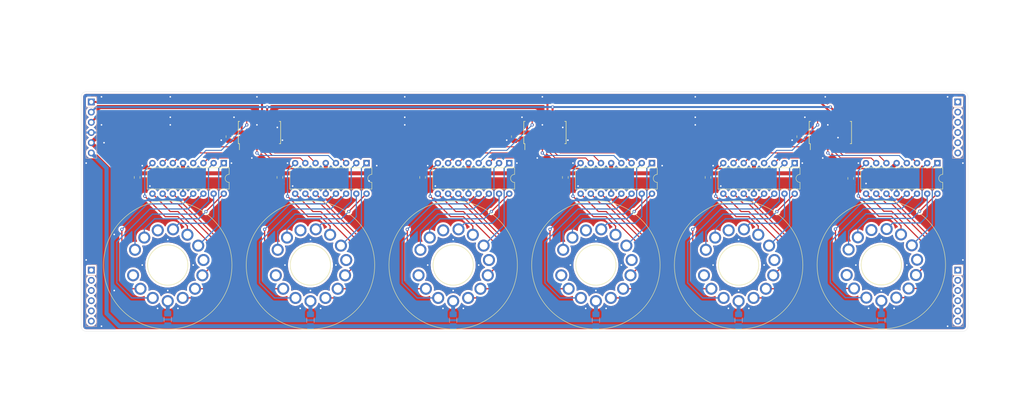
<source format=kicad_pcb>
(kicad_pcb (version 20171130) (host pcbnew "(5.1.4)-1")
  (layers (0 F.Cu signal) (31 B.Cu signal) (34 B.Paste user) (35 F.Paste user) (36 B.SilkS user) (37 F.SilkS user) (38 B.Mask user) (39 F.Mask user) (44 Edge.Cuts user))
  (net 0 "")
  (net 1 +5V)
  (net 2 GND)
  (net 3 "Net-(J1-Pad3)")
  (net 4 "Net-(U1-Pad9)")
  (net 5 /HH1)
  (net 6 /HL8)
  (net 7 /HL4)
  (net 8 /HL2)
  (net 9 /HL1)
  (net 10 /HH8)
  (net 11 /HH4)
  (net 12 "Net-(U2-Pad9)")
  (net 13 /HH2)
  (net 14 /MH1)
  (net 15 /ML8)
  (net 16 /ML4)
  (net 17 /ML2)
  (net 18 /ML1)
  (net 19 /MH8)
  (net 20 /MH4)
  (net 21 "Net-(U3-Pad9)")
  (net 22 /MH2)
  (net 23 /SH1)
  (net 24 /SL8)
  (net 25 /SL4)
  (net 26 /SL2)
  (net 27 /SL1)
  (net 28 /SH8)
  (net 29 /SH4)
  (net 30 "Net-(U4-Pad9)")
  (net 31 /SH2)
  (net 32 "Net-(U11-Pad13)")
  (net 33 "Net-(U11-Pad10)")
  (net 34 "Net-(U11-Pad11)")
  (net 35 "Net-(U11-Pad2)")
  (net 36 "Net-(U11-Pad14)")
  (net 37 "Net-(U11-Pad9)")
  (net 38 "Net-(U12-Pad13)")
  (net 39 "Net-(U12-Pad10)")
  (net 40 "Net-(U12-Pad11)")
  (net 41 "Net-(U12-Pad2)")
  (net 42 "Net-(U12-Pad14)")
  (net 43 "Net-(U12-Pad9)")
  (net 44 "Net-(J2-Pad6)")
  (net 45 "Net-(J2-Pad5)")
  (net 46 "Net-(J2-Pad4)")
  (net 47 "Net-(J2-Pad3)")
  (net 48 "Net-(J2-Pad2)")
  (net 49 "Net-(J2-Pad1)")
  (net 50 "Net-(J3-Pad6)")
  (net 51 "Net-(J3-Pad5)")
  (net 52 "Net-(J3-Pad4)")
  (net 53 "Net-(J3-Pad3)")
  (net 54 "Net-(J3-Pad2)")
  (net 55 "Net-(J3-Pad1)")
  (net 56 "Net-(J4-Pad6)")
  (net 57 "Net-(J4-Pad5)")
  (net 58 "Net-(J4-Pad4)")
  (net 59 "Net-(J4-Pad3)")
  (net 60 "Net-(J4-Pad2)")
  (net 61 "Net-(J4-Pad1)")
  (net 62 +48V)
  (net 63 "Net-(U11-Pad16)")
  (net 64 "Net-(U11-Pad8)")
  (net 65 "Net-(U11-Pad15)")
  (net 66 "Net-(U11-Pad1)")
  (net 67 "Net-(U12-Pad16)")
  (net 68 "Net-(U12-Pad8)")
  (net 69 "Net-(U12-Pad15)")
  (net 70 "Net-(U12-Pad1)")
  (net 71 /SCK)
  (net 72 /RCK)
  (net 73 "Net-(U4-Pad1)")
  (net 74 "Net-(U4-Pad2)")
  (net 75 "Net-(U4-Pad10)")
  (net 76 "Net-(U4-Pad11)")
  (net 77 "Net-(U4-Pad13)")
  (net 78 "Net-(U4-Pad14)")
  (net 79 "Net-(U4-Pad15)")
  (net 80 "Net-(U4-Pad8)")
  (net 81 "Net-(U4-Pad16)")
  (net 82 "Net-(U5-Pad1)")
  (net 83 "Net-(U5-Pad9)")
  (net 84 "Net-(U5-Pad2)")
  (net 85 "Net-(U5-Pad10)")
  (net 86 "Net-(U5-Pad11)")
  (net 87 "Net-(U5-Pad13)")
  (net 88 "Net-(U5-Pad14)")
  (net 89 "Net-(U5-Pad15)")
  (net 90 "Net-(U5-Pad8)")
  (net 91 "Net-(U5-Pad16)")
  (net 92 "Net-(U6-Pad16)")
  (net 93 "Net-(U6-Pad8)")
  (net 94 "Net-(U6-Pad15)")
  (net 95 "Net-(U6-Pad14)")
  (net 96 "Net-(U6-Pad13)")
  (net 97 "Net-(U6-Pad11)")
  (net 98 "Net-(U6-Pad10)")
  (net 99 "Net-(U6-Pad2)")
  (net 100 "Net-(U6-Pad9)")
  (net 101 "Net-(U6-Pad1)")
  (net 102 "Net-(U10-Pad16)")
  (net 103 "Net-(U10-Pad8)")
  (net 104 "Net-(U10-Pad15)")
  (net 105 "Net-(U10-Pad14)")
  (net 106 "Net-(U10-Pad13)")
  (net 107 "Net-(U10-Pad11)")
  (net 108 "Net-(U10-Pad10)")
  (net 109 "Net-(U10-Pad2)")
  (net 110 "Net-(U10-Pad9)")
  (net 111 "Net-(U10-Pad1)")
  (net 112 "Net-(R1-Pad2)")
  (net 113 "Net-(R2-Pad2)")
  (net 114 "Net-(R3-Pad2)")
  (net 115 "Net-(R4-Pad2)")
  (net 116 "Net-(R5-Pad2)")
  (net 117 "Net-(R6-Pad2)")
  (module Resistor_SMD:R_1206_3216Metric_Pad1.42x1.75mm_HandSolder (layer B.Cu) (at 200.66 -29.4275 90)
    (fp_text reference R6 hide)
    (fp_text value 10k)
    (pad 2 smd roundrect (at 1.4875 0 90) (size 1.425 1.75) (layers B.Cu B.Paste B.Mask) (roundrect_rratio 0.175439) (net 117 "Net-(R6-Pad2)"))
    (pad 1 smd roundrect (at -1.4875 0 90) (size 1.425 1.75) (layers B.Cu B.Paste B.Mask) (roundrect_rratio 0.175439) (net 62 +48V))
  )
  (module Resistor_SMD:R_1206_3216Metric_Pad1.42x1.75mm_HandSolder (layer B.Cu) (at 165.1 -29.4275 90)
    (fp_text reference R5 hide)
    (fp_text value 10k)
    (pad 2 smd roundrect (at 1.4875 0 90) (size 1.425 1.75) (layers B.Cu B.Paste B.Mask) (roundrect_rratio 0.175439) (net 116 "Net-(R5-Pad2)"))
    (pad 1 smd roundrect (at -1.4875 0 90) (size 1.425 1.75) (layers B.Cu B.Paste B.Mask) (roundrect_rratio 0.175439) (net 62 +48V))
  )
  (module Resistor_SMD:R_1206_3216Metric_Pad1.42x1.75mm_HandSolder (layer B.Cu) (at 129.54 -29.4275 90)
    (fp_text reference R4 hide)
    (fp_text value 10k)
    (pad 2 smd roundrect (at 1.4875 0 90) (size 1.425 1.75) (layers B.Cu B.Paste B.Mask) (roundrect_rratio 0.175439) (net 115 "Net-(R4-Pad2)"))
    (pad 1 smd roundrect (at -1.4875 0 90) (size 1.425 1.75) (layers B.Cu B.Paste B.Mask) (roundrect_rratio 0.175439) (net 62 +48V))
  )
  (module Resistor_SMD:R_1206_3216Metric_Pad1.42x1.75mm_HandSolder (layer B.Cu) (at 93.98 -29.4275 90)
    (fp_text reference R3 hide)
    (fp_text value 10k)
    (pad 2 smd roundrect (at 1.4875 0 90) (size 1.425 1.75) (layers B.Cu B.Paste B.Mask) (roundrect_rratio 0.175439) (net 114 "Net-(R3-Pad2)"))
    (pad 1 smd roundrect (at -1.4875 0 90) (size 1.425 1.75) (layers B.Cu B.Paste B.Mask) (roundrect_rratio 0.175439) (net 62 +48V))
  )
  (module Resistor_SMD:R_1206_3216Metric_Pad1.42x1.75mm_HandSolder (layer B.Cu) (at 58.42 -29.4275 90)
    (fp_text reference R2 hide)
    (fp_text value 10k)
    (pad 2 smd roundrect (at 1.4875 0 90) (size 1.425 1.75) (layers B.Cu B.Paste B.Mask) (roundrect_rratio 0.175439) (net 113 "Net-(R2-Pad2)"))
    (pad 1 smd roundrect (at -1.4875 0 90) (size 1.425 1.75) (layers B.Cu B.Paste B.Mask) (roundrect_rratio 0.175439) (net 62 +48V))
  )
  (module Resistor_SMD:R_1206_3216Metric_Pad1.42x1.75mm_HandSolder (layer B.Cu) (at 22.86 -29.6275 90)
    (fp_text reference R1 hide)
    (fp_text value 10k)
    (pad 2 smd roundrect (at 1.4875 0 90) (size 1.425 1.75) (layers B.Cu B.Paste B.Mask) (roundrect_rratio 0.175439) (net 112 "Net-(R1-Pad2)"))
    (pad 1 smd roundrect (at -1.4875 0 90) (size 1.425 1.75) (layers B.Cu B.Paste B.Mask) (roundrect_rratio 0.175439) (net 62 +48V))
  )
  (module Package_SO:SOIC-16W_5.3x10.2mm_P1.27mm (layer F.Cu) (at 187.96 -76.2 90)
    (fp_text reference U3 hide)
    (fp_text value 74HC595)
    (pad 16 smd rect (at 3.55 -4.445 90) (size 1.5 0.6) (layers F.Cu F.Paste F.Mask) (net 1 +5V))
    (pad 15 smd rect (at 3.55 -3.175 90) (size 1.5 0.6) (layers F.Cu F.Paste F.Mask) (net 28 /SH8))
    (pad 14 smd rect (at 3.55 -1.905 90) (size 1.5 0.6) (layers F.Cu F.Paste F.Mask) (net 12 "Net-(U2-Pad9)"))
    (pad 13 smd rect (at 3.55 -0.635 90) (size 1.5 0.6) (layers F.Cu F.Paste F.Mask) (net 2 GND))
    (pad 12 smd rect (at 3.55 0.635 90) (size 1.5 0.6) (layers F.Cu F.Paste F.Mask) (net 72 /RCK))
    (pad 11 smd rect (at 3.55 1.905 90) (size 1.5 0.6) (layers F.Cu F.Paste F.Mask) (net 71 /SCK))
    (pad 10 smd rect (at 3.55 3.175 90) (size 1.5 0.6) (layers F.Cu F.Paste F.Mask) (net 1 +5V))
    (pad 9 smd rect (at 3.55 4.445 90) (size 1.5 0.6) (layers F.Cu F.Paste F.Mask) (net 21 "Net-(U3-Pad9)"))
    (pad 8 smd rect (at -3.55 4.445 90) (size 1.5 0.6) (layers F.Cu F.Paste F.Mask) (net 2 GND))
    (pad 7 smd rect (at -3.55 3.175 90) (size 1.5 0.6) (layers F.Cu F.Paste F.Mask) (net 27 /SL1))
    (pad 6 smd rect (at -3.55 1.905 90) (size 1.5 0.6) (layers F.Cu F.Paste F.Mask) (net 26 /SL2))
    (pad 5 smd rect (at -3.55 0.635 90) (size 1.5 0.6) (layers F.Cu F.Paste F.Mask) (net 25 /SL4))
    (pad 4 smd rect (at -3.55 -0.635 90) (size 1.5 0.6) (layers F.Cu F.Paste F.Mask) (net 24 /SL8))
    (pad 3 smd rect (at -3.55 -1.905 90) (size 1.5 0.6) (layers F.Cu F.Paste F.Mask) (net 23 /SH1))
    (pad 2 smd rect (at -3.55 -3.175 90) (size 1.5 0.6) (layers F.Cu F.Paste F.Mask) (net 31 /SH2))
    (pad 1 smd rect (at -3.55 -4.445 90) (size 1.5 0.6) (layers F.Cu F.Paste F.Mask) (net 29 /SH4))
  )
  (module Package_SO:SOIC-16W_5.3x10.2mm_P1.27mm (layer F.Cu) (at 116.84 -76.2 90)
    (fp_text reference U2 hide)
    (fp_text value 74HC595)
    (pad 16 smd rect (at 3.55 -4.445 90) (size 1.5 0.6) (layers F.Cu F.Paste F.Mask) (net 1 +5V))
    (pad 15 smd rect (at 3.55 -3.175 90) (size 1.5 0.6) (layers F.Cu F.Paste F.Mask) (net 19 /MH8))
    (pad 14 smd rect (at 3.55 -1.905 90) (size 1.5 0.6) (layers F.Cu F.Paste F.Mask) (net 4 "Net-(U1-Pad9)"))
    (pad 13 smd rect (at 3.55 -0.635 90) (size 1.5 0.6) (layers F.Cu F.Paste F.Mask) (net 2 GND))
    (pad 12 smd rect (at 3.55 0.635 90) (size 1.5 0.6) (layers F.Cu F.Paste F.Mask) (net 72 /RCK))
    (pad 11 smd rect (at 3.55 1.905 90) (size 1.5 0.6) (layers F.Cu F.Paste F.Mask) (net 71 /SCK))
    (pad 10 smd rect (at 3.55 3.175 90) (size 1.5 0.6) (layers F.Cu F.Paste F.Mask) (net 1 +5V))
    (pad 9 smd rect (at 3.55 4.445 90) (size 1.5 0.6) (layers F.Cu F.Paste F.Mask) (net 12 "Net-(U2-Pad9)"))
    (pad 8 smd rect (at -3.55 4.445 90) (size 1.5 0.6) (layers F.Cu F.Paste F.Mask) (net 2 GND))
    (pad 7 smd rect (at -3.55 3.175 90) (size 1.5 0.6) (layers F.Cu F.Paste F.Mask) (net 18 /ML1))
    (pad 6 smd rect (at -3.55 1.905 90) (size 1.5 0.6) (layers F.Cu F.Paste F.Mask) (net 17 /ML2))
    (pad 5 smd rect (at -3.55 0.635 90) (size 1.5 0.6) (layers F.Cu F.Paste F.Mask) (net 16 /ML4))
    (pad 4 smd rect (at -3.55 -0.635 90) (size 1.5 0.6) (layers F.Cu F.Paste F.Mask) (net 15 /ML8))
    (pad 3 smd rect (at -3.55 -1.905 90) (size 1.5 0.6) (layers F.Cu F.Paste F.Mask) (net 14 /MH1))
    (pad 2 smd rect (at -3.55 -3.175 90) (size 1.5 0.6) (layers F.Cu F.Paste F.Mask) (net 22 /MH2))
    (pad 1 smd rect (at -3.55 -4.445 90) (size 1.5 0.6) (layers F.Cu F.Paste F.Mask) (net 20 /MH4))
  )
  (module Gentiana:IN-18 (layer F.Cu) (at 22.86 -43.18)
    (fp_text reference U7 hide)
    (fp_text value IN-18 hide)
    (pad 14 thru_hole circle (at -8.15677 -3.803565) (size 3 3) (drill 2) (layers *.Cu *.Mask) (net 74 "Net-(U4-Pad2)"))
    (pad 13 thru_hole circle (at -5.845032 -6.843654) (size 3 3) (drill 2) (layers *.Cu *.Mask) (net 81 "Net-(U4-Pad16)"))
    (pad 12 thru_hole circle (at -2.480736 -8.651356) (size 3 3) (drill 2) (layers *.Cu *.Mask))
    (pad 11 thru_hole circle (at 1.330285 -8.901143) (size 3 3) (drill 2) (layers *.Cu *.Mask) (net 79 "Net-(U4-Pad15)"))
    (pad 10 thru_hole circle (at 4.901752 -7.548035) (size 3 3) (drill 2) (layers *.Cu *.Mask) (net 80 "Net-(U4-Pad8)"))
    (pad 9 thru_hole circle (at 7.590523 -4.835696) (size 3 3) (drill 2) (layers *.Cu *.Mask) (net 73 "Net-(U4-Pad1)"))
    (pad 8 thru_hole circle (at 8.912413 -1.252558) (size 3 3) (drill 2) (layers *.Cu *.Mask))
    (pad 7 thru_hole circle (at 8.629378 2.556138) (size 3 3) (drill 2) (layers *.Cu *.Mask) (net 30 "Net-(U4-Pad9)"))
    (pad 6 thru_hole circle (at 6.792386 5.904532) (size 3 3) (drill 2) (layers *.Cu *.Mask) (net 75 "Net-(U4-Pad10)"))
    (pad 5 thru_hole circle (at 3.732239 8.189652) (size 3 3) (drill 2) (layers *.Cu *.Mask) (net 76 "Net-(U4-Pad11)"))
    (pad 4 thru_hole circle (at 0 9) (size 3 3) (drill 2) (layers *.Cu *.Mask) (net 112 "Net-(R1-Pad2)"))
    (pad 3 thru_hole circle (at -3.73224 8.189652) (size 3 3) (drill 2) (layers *.Cu *.Mask) (net 78 "Net-(U4-Pad14)"))
    (pad 2 thru_hole circle (at -6.792387 5.904531) (size 3 3) (drill 2) (layers *.Cu *.Mask) (net 77 "Net-(U4-Pad13)"))
    (pad 1 thru_hole circle (at -8.629378 2.556138) (size 3 3) (drill 2) (layers *.Cu *.Mask))
  )
  (module Gentiana:IN-18 (layer F.Cu) (at 93.98 -43.18)
    (fp_text reference U9 hide)
    (fp_text value IN-18 hide)
    (pad 14 thru_hole circle (at -8.15677 -3.803565) (size 3 3) (drill 2) (layers *.Cu *.Mask) (net 99 "Net-(U6-Pad2)"))
    (pad 13 thru_hole circle (at -5.845032 -6.843654) (size 3 3) (drill 2) (layers *.Cu *.Mask) (net 92 "Net-(U6-Pad16)"))
    (pad 12 thru_hole circle (at -2.480736 -8.651356) (size 3 3) (drill 2) (layers *.Cu *.Mask))
    (pad 11 thru_hole circle (at 1.330285 -8.901143) (size 3 3) (drill 2) (layers *.Cu *.Mask) (net 94 "Net-(U6-Pad15)"))
    (pad 10 thru_hole circle (at 4.901752 -7.548035) (size 3 3) (drill 2) (layers *.Cu *.Mask) (net 93 "Net-(U6-Pad8)"))
    (pad 9 thru_hole circle (at 7.590523 -4.835696) (size 3 3) (drill 2) (layers *.Cu *.Mask) (net 101 "Net-(U6-Pad1)"))
    (pad 8 thru_hole circle (at 8.912413 -1.252558) (size 3 3) (drill 2) (layers *.Cu *.Mask))
    (pad 7 thru_hole circle (at 8.629378 2.556138) (size 3 3) (drill 2) (layers *.Cu *.Mask) (net 100 "Net-(U6-Pad9)"))
    (pad 6 thru_hole circle (at 6.792386 5.904532) (size 3 3) (drill 2) (layers *.Cu *.Mask) (net 98 "Net-(U6-Pad10)"))
    (pad 5 thru_hole circle (at 3.732239 8.189652) (size 3 3) (drill 2) (layers *.Cu *.Mask) (net 97 "Net-(U6-Pad11)"))
    (pad 4 thru_hole circle (at 0 9) (size 3 3) (drill 2) (layers *.Cu *.Mask) (net 114 "Net-(R3-Pad2)"))
    (pad 3 thru_hole circle (at -3.73224 8.189652) (size 3 3) (drill 2) (layers *.Cu *.Mask) (net 95 "Net-(U6-Pad14)"))
    (pad 2 thru_hole circle (at -6.792387 5.904531) (size 3 3) (drill 2) (layers *.Cu *.Mask) (net 96 "Net-(U6-Pad13)"))
    (pad 1 thru_hole circle (at -8.629378 2.556138) (size 3 3) (drill 2) (layers *.Cu *.Mask))
  )
  (module Capacitor_SMD:C_0805_2012Metric_Pad1.15x1.40mm_HandSolder (layer F.Cu) (at 193.04 -64.77 270)
    (fp_text reference C9 hide)
    (fp_text value 0.1u)
    (pad 1 smd roundrect (at -1.025 0 270) (size 1.15 1.4) (layers F.Cu F.Paste F.Mask) (roundrect_rratio 0.217391) (net 1 +5V))
    (pad 2 smd roundrect (at 1.025 0 270) (size 1.15 1.4) (layers F.Cu F.Paste F.Mask) (roundrect_rratio 0.217391) (net 2 GND))
  )
  (module Capacitor_SMD:C_0805_2012Metric_Pad1.15x1.40mm_HandSolder (layer F.Cu) (at 157.48 -65.015 270)
    (fp_text reference C8 hide)
    (fp_text value 0.1u)
    (pad 1 smd roundrect (at -1.025 0 270) (size 1.15 1.4) (layers F.Cu F.Paste F.Mask) (roundrect_rratio 0.217391) (net 1 +5V))
    (pad 2 smd roundrect (at 1.025 0 270) (size 1.15 1.4) (layers F.Cu F.Paste F.Mask) (roundrect_rratio 0.217391) (net 2 GND))
  )
  (module Capacitor_SMD:C_0805_2012Metric_Pad1.15x1.40mm_HandSolder (layer F.Cu) (at 121.92 -65.015 270)
    (fp_text reference C7 hide)
    (fp_text value 0.1u)
    (pad 1 smd roundrect (at -1.025 0 270) (size 1.15 1.4) (layers F.Cu F.Paste F.Mask) (roundrect_rratio 0.217391) (net 1 +5V))
    (pad 2 smd roundrect (at 1.025 0 270) (size 1.15 1.4) (layers F.Cu F.Paste F.Mask) (roundrect_rratio 0.217391) (net 2 GND))
  )
  (module Capacitor_SMD:C_0805_2012Metric_Pad1.15x1.40mm_HandSolder (layer F.Cu) (at 86.36 -65.015 270)
    (fp_text reference C6 hide)
    (fp_text value 0.1u)
    (pad 1 smd roundrect (at -1.025 0 270) (size 1.15 1.4) (layers F.Cu F.Paste F.Mask) (roundrect_rratio 0.217391) (net 1 +5V))
    (pad 2 smd roundrect (at 1.025 0 270) (size 1.15 1.4) (layers F.Cu F.Paste F.Mask) (roundrect_rratio 0.217391) (net 2 GND))
  )
  (module Capacitor_SMD:C_0805_2012Metric_Pad1.15x1.40mm_HandSolder (layer F.Cu) (at 50.8 -65.015 270)
    (fp_text reference C5 hide)
    (fp_text value 0.1u)
    (pad 1 smd roundrect (at -1.025 0 270) (size 1.15 1.4) (layers F.Cu F.Paste F.Mask) (roundrect_rratio 0.217391) (net 1 +5V))
    (pad 2 smd roundrect (at 1.025 0 270) (size 1.15 1.4) (layers F.Cu F.Paste F.Mask) (roundrect_rratio 0.217391) (net 2 GND))
  )
  (module Capacitor_SMD:C_0805_2012Metric_Pad1.15x1.40mm_HandSolder (layer F.Cu) (at 15.24 -65.015 270)
    (fp_text reference C4 hide)
    (fp_text value 0.1u)
    (pad 2 smd roundrect (at 1.025 0 270) (size 1.15 1.4) (layers F.Cu F.Paste F.Mask) (roundrect_rratio 0.217391) (net 2 GND))
    (pad 1 smd roundrect (at -1.025 0 270) (size 1.15 1.4) (layers F.Cu F.Paste F.Mask) (roundrect_rratio 0.217391) (net 1 +5V))
  )
  (module Capacitor_SMD:C_0805_2012Metric_Pad1.15x1.40mm_HandSolder (layer F.Cu) (at 180.34 -75.175 270)
    (fp_text reference C3 hide)
    (fp_text value 0.1u)
    (pad 2 smd roundrect (at 1.025 0 270) (size 1.15 1.4) (layers F.Cu F.Paste F.Mask) (roundrect_rratio 0.217391) (net 2 GND))
    (pad 1 smd roundrect (at -1.025 0 270) (size 1.15 1.4) (layers F.Cu F.Paste F.Mask) (roundrect_rratio 0.217391) (net 1 +5V))
  )
  (module Capacitor_SMD:C_0805_2012Metric_Pad1.15x1.40mm_HandSolder (layer F.Cu) (at 38.1 -75.175 270)
    (fp_text reference C1 hide)
    (fp_text value 0.1u)
    (pad 2 smd roundrect (at 1.025 0 270) (size 1.15 1.4) (layers F.Cu F.Paste F.Mask) (roundrect_rratio 0.217391) (net 2 GND))
    (pad 1 smd roundrect (at -1.025 0 270) (size 1.15 1.4) (layers F.Cu F.Paste F.Mask) (roundrect_rratio 0.217391) (net 1 +5V))
  )
  (module Gentiana:IN-18 (layer F.Cu) (at 58.42 -43.18)
    (fp_text reference U8 hide)
    (fp_text value IN-18 hide)
    (pad 14 thru_hole circle (at -8.15677 -3.803565) (size 3 3) (drill 2) (layers *.Cu *.Mask) (net 84 "Net-(U5-Pad2)"))
    (pad 13 thru_hole circle (at -5.845032 -6.843654) (size 3 3) (drill 2) (layers *.Cu *.Mask) (net 91 "Net-(U5-Pad16)"))
    (pad 12 thru_hole circle (at -2.480736 -8.651356) (size 3 3) (drill 2) (layers *.Cu *.Mask))
    (pad 11 thru_hole circle (at 1.330285 -8.901143) (size 3 3) (drill 2) (layers *.Cu *.Mask) (net 89 "Net-(U5-Pad15)"))
    (pad 10 thru_hole circle (at 4.901752 -7.548035) (size 3 3) (drill 2) (layers *.Cu *.Mask) (net 90 "Net-(U5-Pad8)"))
    (pad 9 thru_hole circle (at 7.590523 -4.835696) (size 3 3) (drill 2) (layers *.Cu *.Mask) (net 82 "Net-(U5-Pad1)"))
    (pad 8 thru_hole circle (at 8.912413 -1.252558) (size 3 3) (drill 2) (layers *.Cu *.Mask))
    (pad 7 thru_hole circle (at 8.629378 2.556138) (size 3 3) (drill 2) (layers *.Cu *.Mask) (net 83 "Net-(U5-Pad9)"))
    (pad 6 thru_hole circle (at 6.792386 5.904532) (size 3 3) (drill 2) (layers *.Cu *.Mask) (net 85 "Net-(U5-Pad10)"))
    (pad 5 thru_hole circle (at 3.732239 8.189652) (size 3 3) (drill 2) (layers *.Cu *.Mask) (net 86 "Net-(U5-Pad11)"))
    (pad 4 thru_hole circle (at 0 9) (size 3 3) (drill 2) (layers *.Cu *.Mask) (net 113 "Net-(R2-Pad2)"))
    (pad 3 thru_hole circle (at -3.73224 8.189652) (size 3 3) (drill 2) (layers *.Cu *.Mask) (net 88 "Net-(U5-Pad14)"))
    (pad 2 thru_hole circle (at -6.792387 5.904531) (size 3 3) (drill 2) (layers *.Cu *.Mask) (net 87 "Net-(U5-Pad13)"))
    (pad 1 thru_hole circle (at -8.629378 2.556138) (size 3 3) (drill 2) (layers *.Cu *.Mask))
  )
  (module Capacitor_SMD:C_0805_2012Metric_Pad1.15x1.40mm_HandSolder (layer F.Cu) (at 109.22 -75.175 270)
    (fp_text reference C2 hide)
    (fp_text value 0.1u)
    (pad 2 smd roundrect (at 1.025 0 270) (size 1.15 1.4) (layers F.Cu F.Paste F.Mask) (roundrect_rratio 0.217391) (net 2 GND))
    (pad 1 smd roundrect (at -1.025 0 270) (size 1.15 1.4) (layers F.Cu F.Paste F.Mask) (roundrect_rratio 0.217391) (net 1 +5V))
  )
  (module Package_SO:SOIC-16W_5.3x10.2mm_P1.27mm (layer F.Cu) (at 45.72 -76.2 90)
    (fp_text reference U1 hide)
    (fp_text value 74HC595)
    (pad 16 smd rect (at 3.55 -4.445 90) (size 1.5 0.6) (layers F.Cu F.Paste F.Mask) (net 1 +5V))
    (pad 15 smd rect (at 3.55 -3.175 90) (size 1.5 0.6) (layers F.Cu F.Paste F.Mask) (net 10 /HH8))
    (pad 14 smd rect (at 3.55 -1.905 90) (size 1.5 0.6) (layers F.Cu F.Paste F.Mask) (net 3 "Net-(J1-Pad3)"))
    (pad 13 smd rect (at 3.55 -0.635 90) (size 1.5 0.6) (layers F.Cu F.Paste F.Mask) (net 2 GND))
    (pad 12 smd rect (at 3.55 0.635 90) (size 1.5 0.6) (layers F.Cu F.Paste F.Mask) (net 72 /RCK))
    (pad 11 smd rect (at 3.55 1.905 90) (size 1.5 0.6) (layers F.Cu F.Paste F.Mask) (net 71 /SCK))
    (pad 10 smd rect (at 3.55 3.175 90) (size 1.5 0.6) (layers F.Cu F.Paste F.Mask) (net 1 +5V))
    (pad 9 smd rect (at 3.55 4.445 90) (size 1.5 0.6) (layers F.Cu F.Paste F.Mask) (net 4 "Net-(U1-Pad9)"))
    (pad 8 smd rect (at -3.55 4.445 90) (size 1.5 0.6) (layers F.Cu F.Paste F.Mask) (net 2 GND))
    (pad 7 smd rect (at -3.55 3.175 90) (size 1.5 0.6) (layers F.Cu F.Paste F.Mask) (net 9 /HL1))
    (pad 6 smd rect (at -3.55 1.905 90) (size 1.5 0.6) (layers F.Cu F.Paste F.Mask) (net 8 /HL2))
    (pad 5 smd rect (at -3.55 0.635 90) (size 1.5 0.6) (layers F.Cu F.Paste F.Mask) (net 7 /HL4))
    (pad 4 smd rect (at -3.55 -0.635 90) (size 1.5 0.6) (layers F.Cu F.Paste F.Mask) (net 6 /HL8))
    (pad 3 smd rect (at -3.55 -1.905 90) (size 1.5 0.6) (layers F.Cu F.Paste F.Mask) (net 5 /HH1))
    (pad 2 smd rect (at -3.55 -3.175 90) (size 1.5 0.6) (layers F.Cu F.Paste F.Mask) (net 13 /HH2))
    (pad 1 smd rect (at -3.55 -4.445 90) (size 1.5 0.6) (layers F.Cu F.Paste F.Mask) (net 11 /HH4))
  )
  (module Package_DIP:DIP-16_W7.62mm (layer F.Cu) (at 72.39 -68.58 270)
    (fp_text reference U5 hide)
    (fp_text value 74141 hide)
    (pad 1 thru_hole rect (at 0 0 270) (size 1.6 1.6) (drill 0.8) (layers *.Cu *.Mask) (net 82 "Net-(U5-Pad1)"))
    (pad 9 thru_hole oval (at 7.62 17.78 270) (size 1.6 1.6) (drill 0.8) (layers *.Cu *.Mask) (net 83 "Net-(U5-Pad9)"))
    (pad 2 thru_hole oval (at 0 2.54 270) (size 1.6 1.6) (drill 0.8) (layers *.Cu *.Mask) (net 84 "Net-(U5-Pad2)"))
    (pad 10 thru_hole oval (at 7.62 15.24 270) (size 1.6 1.6) (drill 0.8) (layers *.Cu *.Mask) (net 85 "Net-(U5-Pad10)"))
    (pad 3 thru_hole oval (at 0 5.08 270) (size 1.6 1.6) (drill 0.8) (layers *.Cu *.Mask) (net 9 /HL1))
    (pad 11 thru_hole oval (at 7.62 12.7 270) (size 1.6 1.6) (drill 0.8) (layers *.Cu *.Mask) (net 86 "Net-(U5-Pad11)"))
    (pad 4 thru_hole oval (at 0 7.62 270) (size 1.6 1.6) (drill 0.8) (layers *.Cu *.Mask) (net 6 /HL8))
    (pad 12 thru_hole oval (at 7.62 10.16 270) (size 1.6 1.6) (drill 0.8) (layers *.Cu *.Mask) (net 2 GND))
    (pad 5 thru_hole oval (at 0 10.16 270) (size 1.6 1.6) (drill 0.8) (layers *.Cu *.Mask) (net 1 +5V))
    (pad 13 thru_hole oval (at 7.62 7.62 270) (size 1.6 1.6) (drill 0.8) (layers *.Cu *.Mask) (net 87 "Net-(U5-Pad13)"))
    (pad 6 thru_hole oval (at 0 12.7 270) (size 1.6 1.6) (drill 0.8) (layers *.Cu *.Mask) (net 8 /HL2))
    (pad 14 thru_hole oval (at 7.62 5.08 270) (size 1.6 1.6) (drill 0.8) (layers *.Cu *.Mask) (net 88 "Net-(U5-Pad14)"))
    (pad 7 thru_hole oval (at 0 15.24 270) (size 1.6 1.6) (drill 0.8) (layers *.Cu *.Mask) (net 7 /HL4))
    (pad 15 thru_hole oval (at 7.62 2.54 270) (size 1.6 1.6) (drill 0.8) (layers *.Cu *.Mask) (net 89 "Net-(U5-Pad15)"))
    (pad 8 thru_hole oval (at 0 17.78 270) (size 1.6 1.6) (drill 0.8) (layers *.Cu *.Mask) (net 90 "Net-(U5-Pad8)"))
    (pad 16 thru_hole oval (at 7.62 0 270) (size 1.6 1.6) (drill 0.8) (layers *.Cu *.Mask) (net 91 "Net-(U5-Pad16)"))
  )
  (module Gentiana:IN-18 (layer F.Cu) (at 200.66 -43.251965)
    (fp_text reference U15 hide)
    (fp_text value IN-18 hide)
    (pad 14 thru_hole circle (at -8.15677 -3.803565) (size 3 3) (drill 2) (layers *.Cu *.Mask) (net 41 "Net-(U12-Pad2)"))
    (pad 13 thru_hole circle (at -5.845032 -6.843654) (size 3 3) (drill 2) (layers *.Cu *.Mask) (net 67 "Net-(U12-Pad16)"))
    (pad 12 thru_hole circle (at -2.480736 -8.651356) (size 3 3) (drill 2) (layers *.Cu *.Mask))
    (pad 11 thru_hole circle (at 1.330285 -8.901143) (size 3 3) (drill 2) (layers *.Cu *.Mask) (net 69 "Net-(U12-Pad15)"))
    (pad 10 thru_hole circle (at 4.901752 -7.548035) (size 3 3) (drill 2) (layers *.Cu *.Mask) (net 68 "Net-(U12-Pad8)"))
    (pad 9 thru_hole circle (at 7.590523 -4.835696) (size 3 3) (drill 2) (layers *.Cu *.Mask) (net 70 "Net-(U12-Pad1)"))
    (pad 8 thru_hole circle (at 8.912413 -1.252558) (size 3 3) (drill 2) (layers *.Cu *.Mask))
    (pad 7 thru_hole circle (at 8.629378 2.556138) (size 3 3) (drill 2) (layers *.Cu *.Mask) (net 43 "Net-(U12-Pad9)"))
    (pad 6 thru_hole circle (at 6.792386 5.904532) (size 3 3) (drill 2) (layers *.Cu *.Mask) (net 39 "Net-(U12-Pad10)"))
    (pad 5 thru_hole circle (at 3.732239 8.189652) (size 3 3) (drill 2) (layers *.Cu *.Mask) (net 40 "Net-(U12-Pad11)"))
    (pad 4 thru_hole circle (at 0 9) (size 3 3) (drill 2) (layers *.Cu *.Mask) (net 117 "Net-(R6-Pad2)"))
    (pad 3 thru_hole circle (at -3.73224 8.189652) (size 3 3) (drill 2) (layers *.Cu *.Mask) (net 42 "Net-(U12-Pad14)"))
    (pad 2 thru_hole circle (at -6.792387 5.904531) (size 3 3) (drill 2) (layers *.Cu *.Mask) (net 38 "Net-(U12-Pad13)"))
    (pad 1 thru_hole circle (at -8.629378 2.556138) (size 3 3) (drill 2) (layers *.Cu *.Mask))
  )
  (module Connector_PinHeader_2.54mm:PinHeader_1x06_P2.54mm_Vertical (layer B.Cu) (at 219.71 -83.82 180)
    (fp_text reference J4 hide)
    (fp_text value Conn_01x06)
    (pad 6 thru_hole oval (at 0 -12.7 180) (size 1.7 1.7) (drill 1) (layers *.Cu *.Mask) (net 56 "Net-(J4-Pad6)"))
    (pad 5 thru_hole oval (at 0 -10.16 180) (size 1.7 1.7) (drill 1) (layers *.Cu *.Mask) (net 57 "Net-(J4-Pad5)"))
    (pad 4 thru_hole oval (at 0 -7.62 180) (size 1.7 1.7) (drill 1) (layers *.Cu *.Mask) (net 58 "Net-(J4-Pad4)"))
    (pad 3 thru_hole oval (at 0 -5.08 180) (size 1.7 1.7) (drill 1) (layers *.Cu *.Mask) (net 59 "Net-(J4-Pad3)"))
    (pad 2 thru_hole oval (at 0 -2.54 180) (size 1.7 1.7) (drill 1) (layers *.Cu *.Mask) (net 60 "Net-(J4-Pad2)"))
    (pad 1 thru_hole rect (at 0 0 180) (size 1.7 1.7) (drill 1) (layers *.Cu *.Mask) (net 61 "Net-(J4-Pad1)"))
  )
  (module Connector_PinHeader_2.54mm:PinHeader_1x06_P2.54mm_Vertical (layer B.Cu) (at 219.71 -41.91 180)
    (fp_text reference J3 hide)
    (fp_text value Conn_01x06)
    (pad 6 thru_hole oval (at 0 -12.7 180) (size 1.7 1.7) (drill 1) (layers *.Cu *.Mask) (net 50 "Net-(J3-Pad6)"))
    (pad 5 thru_hole oval (at 0 -10.16 180) (size 1.7 1.7) (drill 1) (layers *.Cu *.Mask) (net 51 "Net-(J3-Pad5)"))
    (pad 4 thru_hole oval (at 0 -7.62 180) (size 1.7 1.7) (drill 1) (layers *.Cu *.Mask) (net 52 "Net-(J3-Pad4)"))
    (pad 3 thru_hole oval (at 0 -5.08 180) (size 1.7 1.7) (drill 1) (layers *.Cu *.Mask) (net 53 "Net-(J3-Pad3)"))
    (pad 2 thru_hole oval (at 0 -2.54 180) (size 1.7 1.7) (drill 1) (layers *.Cu *.Mask) (net 54 "Net-(J3-Pad2)"))
    (pad 1 thru_hole rect (at 0 0 180) (size 1.7 1.7) (drill 1) (layers *.Cu *.Mask) (net 55 "Net-(J3-Pad1)"))
  )
  (module Connector_PinHeader_2.54mm:PinHeader_1x06_P2.54mm_Vertical (layer B.Cu) (at 3.81 -41.91 180)
    (fp_text reference J2 hide)
    (fp_text value Conn_01x06)
    (pad 6 thru_hole oval (at 0 -12.7 180) (size 1.7 1.7) (drill 1) (layers *.Cu *.Mask) (net 44 "Net-(J2-Pad6)"))
    (pad 5 thru_hole oval (at 0 -10.16 180) (size 1.7 1.7) (drill 1) (layers *.Cu *.Mask) (net 45 "Net-(J2-Pad5)"))
    (pad 4 thru_hole oval (at 0 -7.62 180) (size 1.7 1.7) (drill 1) (layers *.Cu *.Mask) (net 46 "Net-(J2-Pad4)"))
    (pad 3 thru_hole oval (at 0 -5.08 180) (size 1.7 1.7) (drill 1) (layers *.Cu *.Mask) (net 47 "Net-(J2-Pad3)"))
    (pad 2 thru_hole oval (at 0 -2.54 180) (size 1.7 1.7) (drill 1) (layers *.Cu *.Mask) (net 48 "Net-(J2-Pad2)"))
    (pad 1 thru_hole rect (at 0 0 180) (size 1.7 1.7) (drill 1) (layers *.Cu *.Mask) (net 49 "Net-(J2-Pad1)"))
  )
  (module Connector_PinHeader_2.54mm:PinHeader_1x06_P2.54mm_Vertical (layer B.Cu) (at 3.81 -83.82 180)
    (fp_text reference J1 hide)
    (fp_text value Conn_01x06)
    (pad 6 thru_hole oval (at 0 -12.7 180) (size 1.7 1.7) (drill 1) (layers *.Cu *.Mask) (net 62 +48V))
    (pad 5 thru_hole oval (at 0 -10.16 180) (size 1.7 1.7) (drill 1) (layers *.Cu *.Mask) (net 1 +5V))
    (pad 4 thru_hole oval (at 0 -7.62 180) (size 1.7 1.7) (drill 1) (layers *.Cu *.Mask) (net 2 GND))
    (pad 3 thru_hole oval (at 0 -5.08 180) (size 1.7 1.7) (drill 1) (layers *.Cu *.Mask) (net 3 "Net-(J1-Pad3)"))
    (pad 2 thru_hole oval (at 0 -2.54 180) (size 1.7 1.7) (drill 1) (layers *.Cu *.Mask) (net 71 /SCK))
    (pad 1 thru_hole rect (at 0 0 180) (size 1.7 1.7) (drill 1) (layers *.Cu *.Mask) (net 72 /RCK))
  )
  (module Gentiana:IN-18 (layer F.Cu) (at 129.54 -43.18)
    (fp_text reference U13 hide)
    (fp_text value IN-18 hide)
    (pad 14 thru_hole circle (at -8.15677 -3.803565) (size 3 3) (drill 2) (layers *.Cu *.Mask) (net 109 "Net-(U10-Pad2)"))
    (pad 13 thru_hole circle (at -5.845032 -6.843654) (size 3 3) (drill 2) (layers *.Cu *.Mask) (net 102 "Net-(U10-Pad16)"))
    (pad 12 thru_hole circle (at -2.480736 -8.651356) (size 3 3) (drill 2) (layers *.Cu *.Mask))
    (pad 11 thru_hole circle (at 1.330285 -8.901143) (size 3 3) (drill 2) (layers *.Cu *.Mask) (net 104 "Net-(U10-Pad15)"))
    (pad 10 thru_hole circle (at 4.901752 -7.548035) (size 3 3) (drill 2) (layers *.Cu *.Mask) (net 103 "Net-(U10-Pad8)"))
    (pad 9 thru_hole circle (at 7.590523 -4.835696) (size 3 3) (drill 2) (layers *.Cu *.Mask) (net 111 "Net-(U10-Pad1)"))
    (pad 8 thru_hole circle (at 8.912413 -1.252558) (size 3 3) (drill 2) (layers *.Cu *.Mask))
    (pad 7 thru_hole circle (at 8.629378 2.556138) (size 3 3) (drill 2) (layers *.Cu *.Mask) (net 110 "Net-(U10-Pad9)"))
    (pad 6 thru_hole circle (at 6.792386 5.904532) (size 3 3) (drill 2) (layers *.Cu *.Mask) (net 108 "Net-(U10-Pad10)"))
    (pad 5 thru_hole circle (at 3.732239 8.189652) (size 3 3) (drill 2) (layers *.Cu *.Mask) (net 107 "Net-(U10-Pad11)"))
    (pad 4 thru_hole circle (at 0 9) (size 3 3) (drill 2) (layers *.Cu *.Mask) (net 115 "Net-(R4-Pad2)"))
    (pad 3 thru_hole circle (at -3.73224 8.189652) (size 3 3) (drill 2) (layers *.Cu *.Mask) (net 105 "Net-(U10-Pad14)"))
    (pad 2 thru_hole circle (at -6.792387 5.904531) (size 3 3) (drill 2) (layers *.Cu *.Mask) (net 106 "Net-(U10-Pad13)"))
    (pad 1 thru_hole circle (at -8.629378 2.556138) (size 3 3) (drill 2) (layers *.Cu *.Mask))
  )
  (module Gentiana:IN-18 (layer F.Cu) (at 165.1 -43.18)
    (fp_text reference U14 hide)
    (fp_text value IN-18 hide)
    (pad 14 thru_hole circle (at -8.15677 -3.803565) (size 3 3) (drill 2) (layers *.Cu *.Mask) (net 35 "Net-(U11-Pad2)"))
    (pad 13 thru_hole circle (at -5.845032 -6.843654) (size 3 3) (drill 2) (layers *.Cu *.Mask) (net 63 "Net-(U11-Pad16)"))
    (pad 12 thru_hole circle (at -2.480736 -8.651356) (size 3 3) (drill 2) (layers *.Cu *.Mask))
    (pad 11 thru_hole circle (at 1.330285 -8.901143) (size 3 3) (drill 2) (layers *.Cu *.Mask) (net 65 "Net-(U11-Pad15)"))
    (pad 10 thru_hole circle (at 4.901752 -7.548035) (size 3 3) (drill 2) (layers *.Cu *.Mask) (net 64 "Net-(U11-Pad8)"))
    (pad 9 thru_hole circle (at 7.590523 -4.835696) (size 3 3) (drill 2) (layers *.Cu *.Mask) (net 66 "Net-(U11-Pad1)"))
    (pad 8 thru_hole circle (at 8.912413 -1.252558) (size 3 3) (drill 2) (layers *.Cu *.Mask))
    (pad 7 thru_hole circle (at 8.629378 2.556138) (size 3 3) (drill 2) (layers *.Cu *.Mask) (net 37 "Net-(U11-Pad9)"))
    (pad 6 thru_hole circle (at 6.792386 5.904532) (size 3 3) (drill 2) (layers *.Cu *.Mask) (net 33 "Net-(U11-Pad10)"))
    (pad 5 thru_hole circle (at 3.732239 8.189652) (size 3 3) (drill 2) (layers *.Cu *.Mask) (net 34 "Net-(U11-Pad11)"))
    (pad 4 thru_hole circle (at 0 9) (size 3 3) (drill 2) (layers *.Cu *.Mask) (net 116 "Net-(R5-Pad2)"))
    (pad 3 thru_hole circle (at -3.73224 8.189652) (size 3 3) (drill 2) (layers *.Cu *.Mask) (net 36 "Net-(U11-Pad14)"))
    (pad 2 thru_hole circle (at -6.792387 5.904531) (size 3 3) (drill 2) (layers *.Cu *.Mask) (net 32 "Net-(U11-Pad13)"))
    (pad 1 thru_hole circle (at -8.629378 2.556138) (size 3 3) (drill 2) (layers *.Cu *.Mask))
  )
  (module Package_DIP:DIP-16_W7.62mm (layer F.Cu) (at 143.51 -68.58 270)
    (fp_text reference U10 hide)
    (fp_text value 74141 hide)
    (pad 16 thru_hole oval (at 7.62 0 270) (size 1.6 1.6) (drill 0.8) (layers *.Cu *.Mask) (net 102 "Net-(U10-Pad16)"))
    (pad 8 thru_hole oval (at 0 17.78 270) (size 1.6 1.6) (drill 0.8) (layers *.Cu *.Mask) (net 103 "Net-(U10-Pad8)"))
    (pad 15 thru_hole oval (at 7.62 2.54 270) (size 1.6 1.6) (drill 0.8) (layers *.Cu *.Mask) (net 104 "Net-(U10-Pad15)"))
    (pad 7 thru_hole oval (at 0 15.24 270) (size 1.6 1.6) (drill 0.8) (layers *.Cu *.Mask) (net 16 /ML4))
    (pad 14 thru_hole oval (at 7.62 5.08 270) (size 1.6 1.6) (drill 0.8) (layers *.Cu *.Mask) (net 105 "Net-(U10-Pad14)"))
    (pad 6 thru_hole oval (at 0 12.7 270) (size 1.6 1.6) (drill 0.8) (layers *.Cu *.Mask) (net 17 /ML2))
    (pad 13 thru_hole oval (at 7.62 7.62 270) (size 1.6 1.6) (drill 0.8) (layers *.Cu *.Mask) (net 106 "Net-(U10-Pad13)"))
    (pad 5 thru_hole oval (at 0 10.16 270) (size 1.6 1.6) (drill 0.8) (layers *.Cu *.Mask) (net 1 +5V))
    (pad 12 thru_hole oval (at 7.62 10.16 270) (size 1.6 1.6) (drill 0.8) (layers *.Cu *.Mask) (net 2 GND))
    (pad 4 thru_hole oval (at 0 7.62 270) (size 1.6 1.6) (drill 0.8) (layers *.Cu *.Mask) (net 15 /ML8))
    (pad 11 thru_hole oval (at 7.62 12.7 270) (size 1.6 1.6) (drill 0.8) (layers *.Cu *.Mask) (net 107 "Net-(U10-Pad11)"))
    (pad 3 thru_hole oval (at 0 5.08 270) (size 1.6 1.6) (drill 0.8) (layers *.Cu *.Mask) (net 18 /ML1))
    (pad 10 thru_hole oval (at 7.62 15.24 270) (size 1.6 1.6) (drill 0.8) (layers *.Cu *.Mask) (net 108 "Net-(U10-Pad10)"))
    (pad 2 thru_hole oval (at 0 2.54 270) (size 1.6 1.6) (drill 0.8) (layers *.Cu *.Mask) (net 109 "Net-(U10-Pad2)"))
    (pad 9 thru_hole oval (at 7.62 17.78 270) (size 1.6 1.6) (drill 0.8) (layers *.Cu *.Mask) (net 110 "Net-(U10-Pad9)"))
    (pad 1 thru_hole rect (at 0 0 270) (size 1.6 1.6) (drill 0.8) (layers *.Cu *.Mask) (net 111 "Net-(U10-Pad1)"))
  )
  (module Package_DIP:DIP-16_W7.62mm (layer F.Cu) (at 214.63 -68.58 270)
    (fp_text reference U12 hide)
    (fp_text value 74141 hide)
    (pad 16 thru_hole oval (at 7.62 0 270) (size 1.6 1.6) (drill 0.8) (layers *.Cu *.Mask) (net 67 "Net-(U12-Pad16)"))
    (pad 8 thru_hole oval (at 0 17.78 270) (size 1.6 1.6) (drill 0.8) (layers *.Cu *.Mask) (net 68 "Net-(U12-Pad8)"))
    (pad 15 thru_hole oval (at 7.62 2.54 270) (size 1.6 1.6) (drill 0.8) (layers *.Cu *.Mask) (net 69 "Net-(U12-Pad15)"))
    (pad 7 thru_hole oval (at 0 15.24 270) (size 1.6 1.6) (drill 0.8) (layers *.Cu *.Mask) (net 25 /SL4))
    (pad 14 thru_hole oval (at 7.62 5.08 270) (size 1.6 1.6) (drill 0.8) (layers *.Cu *.Mask) (net 42 "Net-(U12-Pad14)"))
    (pad 6 thru_hole oval (at 0 12.7 270) (size 1.6 1.6) (drill 0.8) (layers *.Cu *.Mask) (net 26 /SL2))
    (pad 13 thru_hole oval (at 7.62 7.62 270) (size 1.6 1.6) (drill 0.8) (layers *.Cu *.Mask) (net 38 "Net-(U12-Pad13)"))
    (pad 5 thru_hole oval (at 0 10.16 270) (size 1.6 1.6) (drill 0.8) (layers *.Cu *.Mask) (net 1 +5V))
    (pad 12 thru_hole oval (at 7.62 10.16 270) (size 1.6 1.6) (drill 0.8) (layers *.Cu *.Mask) (net 2 GND))
    (pad 4 thru_hole oval (at 0 7.62 270) (size 1.6 1.6) (drill 0.8) (layers *.Cu *.Mask) (net 24 /SL8))
    (pad 11 thru_hole oval (at 7.62 12.7 270) (size 1.6 1.6) (drill 0.8) (layers *.Cu *.Mask) (net 40 "Net-(U12-Pad11)"))
    (pad 3 thru_hole oval (at 0 5.08 270) (size 1.6 1.6) (drill 0.8) (layers *.Cu *.Mask) (net 27 /SL1))
    (pad 10 thru_hole oval (at 7.62 15.24 270) (size 1.6 1.6) (drill 0.8) (layers *.Cu *.Mask) (net 39 "Net-(U12-Pad10)"))
    (pad 2 thru_hole oval (at 0 2.54 270) (size 1.6 1.6) (drill 0.8) (layers *.Cu *.Mask) (net 41 "Net-(U12-Pad2)"))
    (pad 9 thru_hole oval (at 7.62 17.78 270) (size 1.6 1.6) (drill 0.8) (layers *.Cu *.Mask) (net 43 "Net-(U12-Pad9)"))
    (pad 1 thru_hole rect (at 0 0 270) (size 1.6 1.6) (drill 0.8) (layers *.Cu *.Mask) (net 70 "Net-(U12-Pad1)"))
  )
  (module Package_DIP:DIP-16_W7.62mm (layer F.Cu) (at 179.07 -68.58 270)
    (fp_text reference U11 hide)
    (fp_text value 74141 hide)
    (pad 16 thru_hole oval (at 7.62 0 270) (size 1.6 1.6) (drill 0.8) (layers *.Cu *.Mask) (net 63 "Net-(U11-Pad16)"))
    (pad 8 thru_hole oval (at 0 17.78 270) (size 1.6 1.6) (drill 0.8) (layers *.Cu *.Mask) (net 64 "Net-(U11-Pad8)"))
    (pad 15 thru_hole oval (at 7.62 2.54 270) (size 1.6 1.6) (drill 0.8) (layers *.Cu *.Mask) (net 65 "Net-(U11-Pad15)"))
    (pad 7 thru_hole oval (at 0 15.24 270) (size 1.6 1.6) (drill 0.8) (layers *.Cu *.Mask) (net 29 /SH4))
    (pad 14 thru_hole oval (at 7.62 5.08 270) (size 1.6 1.6) (drill 0.8) (layers *.Cu *.Mask) (net 36 "Net-(U11-Pad14)"))
    (pad 6 thru_hole oval (at 0 12.7 270) (size 1.6 1.6) (drill 0.8) (layers *.Cu *.Mask) (net 31 /SH2))
    (pad 13 thru_hole oval (at 7.62 7.62 270) (size 1.6 1.6) (drill 0.8) (layers *.Cu *.Mask) (net 32 "Net-(U11-Pad13)"))
    (pad 5 thru_hole oval (at 0 10.16 270) (size 1.6 1.6) (drill 0.8) (layers *.Cu *.Mask) (net 1 +5V))
    (pad 12 thru_hole oval (at 7.62 10.16 270) (size 1.6 1.6) (drill 0.8) (layers *.Cu *.Mask) (net 2 GND))
    (pad 4 thru_hole oval (at 0 7.62 270) (size 1.6 1.6) (drill 0.8) (layers *.Cu *.Mask) (net 28 /SH8))
    (pad 11 thru_hole oval (at 7.62 12.7 270) (size 1.6 1.6) (drill 0.8) (layers *.Cu *.Mask) (net 34 "Net-(U11-Pad11)"))
    (pad 3 thru_hole oval (at 0 5.08 270) (size 1.6 1.6) (drill 0.8) (layers *.Cu *.Mask) (net 23 /SH1))
    (pad 10 thru_hole oval (at 7.62 15.24 270) (size 1.6 1.6) (drill 0.8) (layers *.Cu *.Mask) (net 33 "Net-(U11-Pad10)"))
    (pad 2 thru_hole oval (at 0 2.54 270) (size 1.6 1.6) (drill 0.8) (layers *.Cu *.Mask) (net 35 "Net-(U11-Pad2)"))
    (pad 9 thru_hole oval (at 7.62 17.78 270) (size 1.6 1.6) (drill 0.8) (layers *.Cu *.Mask) (net 37 "Net-(U11-Pad9)"))
    (pad 1 thru_hole rect (at 0 0 270) (size 1.6 1.6) (drill 0.8) (layers *.Cu *.Mask) (net 66 "Net-(U11-Pad1)"))
  )
  (module Package_DIP:DIP-16_W7.62mm (layer F.Cu) (at 107.95 -68.58 270)
    (fp_text reference U6 hide)
    (fp_text value 74141 hide)
    (pad 16 thru_hole oval (at 7.62 0 270) (size 1.6 1.6) (drill 0.8) (layers *.Cu *.Mask) (net 92 "Net-(U6-Pad16)"))
    (pad 8 thru_hole oval (at 0 17.78 270) (size 1.6 1.6) (drill 0.8) (layers *.Cu *.Mask) (net 93 "Net-(U6-Pad8)"))
    (pad 15 thru_hole oval (at 7.62 2.54 270) (size 1.6 1.6) (drill 0.8) (layers *.Cu *.Mask) (net 94 "Net-(U6-Pad15)"))
    (pad 7 thru_hole oval (at 0 15.24 270) (size 1.6 1.6) (drill 0.8) (layers *.Cu *.Mask) (net 20 /MH4))
    (pad 14 thru_hole oval (at 7.62 5.08 270) (size 1.6 1.6) (drill 0.8) (layers *.Cu *.Mask) (net 95 "Net-(U6-Pad14)"))
    (pad 6 thru_hole oval (at 0 12.7 270) (size 1.6 1.6) (drill 0.8) (layers *.Cu *.Mask) (net 22 /MH2))
    (pad 13 thru_hole oval (at 7.62 7.62 270) (size 1.6 1.6) (drill 0.8) (layers *.Cu *.Mask) (net 96 "Net-(U6-Pad13)"))
    (pad 5 thru_hole oval (at 0 10.16 270) (size 1.6 1.6) (drill 0.8) (layers *.Cu *.Mask) (net 1 +5V))
    (pad 12 thru_hole oval (at 7.62 10.16 270) (size 1.6 1.6) (drill 0.8) (layers *.Cu *.Mask) (net 2 GND))
    (pad 4 thru_hole oval (at 0 7.62 270) (size 1.6 1.6) (drill 0.8) (layers *.Cu *.Mask) (net 19 /MH8))
    (pad 11 thru_hole oval (at 7.62 12.7 270) (size 1.6 1.6) (drill 0.8) (layers *.Cu *.Mask) (net 97 "Net-(U6-Pad11)"))
    (pad 3 thru_hole oval (at 0 5.08 270) (size 1.6 1.6) (drill 0.8) (layers *.Cu *.Mask) (net 14 /MH1))
    (pad 10 thru_hole oval (at 7.62 15.24 270) (size 1.6 1.6) (drill 0.8) (layers *.Cu *.Mask) (net 98 "Net-(U6-Pad10)"))
    (pad 2 thru_hole oval (at 0 2.54 270) (size 1.6 1.6) (drill 0.8) (layers *.Cu *.Mask) (net 99 "Net-(U6-Pad2)"))
    (pad 9 thru_hole oval (at 7.62 17.78 270) (size 1.6 1.6) (drill 0.8) (layers *.Cu *.Mask) (net 100 "Net-(U6-Pad9)"))
    (pad 1 thru_hole rect (at 0 0 270) (size 1.6 1.6) (drill 0.8) (layers *.Cu *.Mask) (net 101 "Net-(U6-Pad1)"))
  )
  (module Package_DIP:DIP-16_W7.62mm (layer F.Cu) (at 36.83 -68.58 270)
    (fp_text reference U4 hide)
    (fp_text value 74141 hide)
    (pad 1 thru_hole rect (at 0 0 270) (size 1.6 1.6) (drill 0.8) (layers *.Cu *.Mask) (net 73 "Net-(U4-Pad1)"))
    (pad 9 thru_hole oval (at 7.62 17.78 270) (size 1.6 1.6) (drill 0.8) (layers *.Cu *.Mask) (net 30 "Net-(U4-Pad9)"))
    (pad 2 thru_hole oval (at 0 2.54 270) (size 1.6 1.6) (drill 0.8) (layers *.Cu *.Mask) (net 74 "Net-(U4-Pad2)"))
    (pad 10 thru_hole oval (at 7.62 15.24 270) (size 1.6 1.6) (drill 0.8) (layers *.Cu *.Mask) (net 75 "Net-(U4-Pad10)"))
    (pad 3 thru_hole oval (at 0 5.08 270) (size 1.6 1.6) (drill 0.8) (layers *.Cu *.Mask) (net 5 /HH1))
    (pad 11 thru_hole oval (at 7.62 12.7 270) (size 1.6 1.6) (drill 0.8) (layers *.Cu *.Mask) (net 76 "Net-(U4-Pad11)"))
    (pad 4 thru_hole oval (at 0 7.62 270) (size 1.6 1.6) (drill 0.8) (layers *.Cu *.Mask) (net 10 /HH8))
    (pad 12 thru_hole oval (at 7.62 10.16 270) (size 1.6 1.6) (drill 0.8) (layers *.Cu *.Mask) (net 2 GND))
    (pad 5 thru_hole oval (at 0 10.16 270) (size 1.6 1.6) (drill 0.8) (layers *.Cu *.Mask) (net 1 +5V))
    (pad 13 thru_hole oval (at 7.62 7.62 270) (size 1.6 1.6) (drill 0.8) (layers *.Cu *.Mask) (net 77 "Net-(U4-Pad13)"))
    (pad 6 thru_hole oval (at 0 12.7 270) (size 1.6 1.6) (drill 0.8) (layers *.Cu *.Mask) (net 13 /HH2))
    (pad 14 thru_hole oval (at 7.62 5.08 270) (size 1.6 1.6) (drill 0.8) (layers *.Cu *.Mask) (net 78 "Net-(U4-Pad14)"))
    (pad 7 thru_hole oval (at 0 15.24 270) (size 1.6 1.6) (drill 0.8) (layers *.Cu *.Mask) (net 11 /HH4))
    (pad 15 thru_hole oval (at 7.62 2.54 270) (size 1.6 1.6) (drill 0.8) (layers *.Cu *.Mask) (net 79 "Net-(U4-Pad15)"))
    (pad 8 thru_hole oval (at 0 17.78 270) (size 1.6 1.6) (drill 0.8) (layers *.Cu *.Mask) (net 80 "Net-(U4-Pad8)"))
    (pad 16 thru_hole oval (at 7.62 0 270) (size 1.6 1.6) (drill 0.8) (layers *.Cu *.Mask) (net 81 "Net-(U4-Pad16)"))
  )
  (gr_circle (center 200.66 -43.18) (end 195.58 -43.18) (layer Edge.Cuts) (width 0.05))
  (gr_circle (center 165.1 -43.18) (end 160.02 -43.18) (layer Edge.Cuts) (width 0.05))
  (gr_circle (center 129.54 -43.18) (end 124.46 -43.18) (layer Edge.Cuts) (width 0.05))
  (gr_circle (center 93.98 -43.18) (end 88.9 -43.18) (layer Edge.Cuts) (width 0.05))
  (gr_circle (center 58.42 -43.18) (end 53.34 -43.18) (layer Edge.Cuts) (width 0.05))
  (gr_circle (center 22.86 -43.18) (end 17.78 -43.18) (layer Edge.Cuts) (width 0.05))
  (gr_arc (start 2.54 -85.09) (end 2.54 -86.36) (angle -90) (layer Edge.Cuts) (width 0.05))
  (gr_arc (start 2.54 -27.94) (end 1.27 -27.94) (angle -90) (layer Edge.Cuts) (width 0.05))
  (gr_arc (start 220.98 -27.94) (end 220.98 -26.67) (angle -90) (layer Edge.Cuts) (width 0.05))
  (gr_arc (start 220.98 -85.09) (end 222.25 -85.09) (angle -90) (layer Edge.Cuts) (width 0.05))
  (gr_line (start 220.98 -86.36) (end 2.54 -86.36) (layer Edge.Cuts) (width 0.05))
  (gr_line (start 222.25 -27.94) (end 222.25 -85.09) (layer Edge.Cuts) (width 0.05))
  (gr_line (start 1.27 -27.94) (end 1.27 -85.09) (layer Edge.Cuts) (width 0.05))
  (gr_line (start 220.98 -26.67) (end 2.54 -26.67) (layer Edge.Cuts) (width 0.05))
  (segment (start 97.79 -68.58) (end 97.79 -66.04) (width 1) (layer F.Cu) (net 1))
  (segment (start 168.91 -68.58) (end 168.91 -66.04) (width 1) (layer F.Cu) (net 1))
  (segment (start 133.35 -68.58) (end 133.35 -66.04) (width 1) (layer F.Cu) (net 1))
  (segment (start 62.23 -68.58) (end 62.23 -66.04) (width 1) (layer F.Cu) (net 1))
  (segment (start 26.67 -68.58) (end 26.67 -66.04) (width 1) (layer F.Cu) (net 1))
  (segment (start 41.275 -79.75) (end 41.275 -76.2) (width 0.5) (layer F.Cu) (net 1))
  (segment (start 48.895 -79.75) (end 48.895 -76.2) (width 0.5) (layer F.Cu) (net 1))
  (segment (start 112.395 -79.75) (end 112.395 -76.2) (width 0.5) (layer F.Cu) (net 1))
  (segment (start 120.015 -79.75) (end 120.015 -76.2) (width 0.5) (layer F.Cu) (net 1))
  (segment (start 183.515 -79.75) (end 183.515 -76.2) (width 0.5) (layer F.Cu) (net 1))
  (segment (start 191.135 -79.75) (end 191.135 -78.74) (width 0.5) (layer F.Cu) (net 1))
  (segment (start 191.135 -78.74) (end 188.595 -76.2) (width 0.5) (layer F.Cu) (net 1))
  (segment (start 6.35 -76.2) (end 188.595 -76.2) (width 1) (layer F.Cu) (net 1))
  (segment (start 3.81 -73.66) (end 6.35 -76.2) (width 1) (layer F.Cu) (net 1))
  (segment (start 201.93 -66.04) (end 204.47 -68.58) (width 1) (layer F.Cu) (net 1))
  (segment (start 3.81 -73.66) (end 11.43 -66.04) (width 1) (layer F.Cu) (net 1))
  (segment (start 11.43 -66.04) (end 201.93 -66.04) (width 1) (layer F.Cu) (net 1))
  (via (at 73.025 -64.135) (size 0.8) (drill 0.4) (layers F.Cu B.Cu) (net 2))
  (via (at 45.085 -78.105) (size 0.8) (drill 0.4) (layers F.Cu B.Cu) (net 2))
  (via (at 116.205 -78.105) (size 0.8) (drill 0.4) (layers F.Cu B.Cu) (net 2))
  (segment (start 187.325 -79.75) (end 187.325 -80.2) (width 0.25) (layer F.Cu) (net 2))
  (segment (start 187.325 -79.75) (end 187.325 -78.105) (width 0.5) (layer F.Cu) (net 2))
  (via (at 187.325 -78.105) (size 0.8) (drill 0.4) (layers F.Cu B.Cu) (net 2))
  (segment (start 116.205 -78.105) (end 116.205 -79.75) (width 0.5) (layer F.Cu) (net 2))
  (segment (start 45.085 -79.75) (end 45.085 -78.105) (width 0.5) (layer F.Cu) (net 2))
  (via (at 22.86 -49.53) (size 0.8) (drill 0.4) (layers F.Cu B.Cu) (net 2))
  (via (at 16.51 -43.18) (size 0.8) (drill 0.4) (layers F.Cu B.Cu) (net 2))
  (via (at 22.86 -36.83) (size 0.8) (drill 0.4) (layers F.Cu B.Cu) (net 2))
  (via (at 29.21 -43.18) (size 0.8) (drill 0.4) (layers F.Cu B.Cu) (net 2))
  (via (at 58.42 -49.53) (size 0.8) (drill 0.4) (layers F.Cu B.Cu) (net 2))
  (via (at 52.07 -43.18) (size 0.8) (drill 0.4) (layers F.Cu B.Cu) (net 2))
  (via (at 58.42 -36.83) (size 0.8) (drill 0.4) (layers F.Cu B.Cu) (net 2))
  (via (at 64.77 -43.18) (size 0.8) (drill 0.4) (layers F.Cu B.Cu) (net 2))
  (via (at 93.98 -36.83) (size 0.8) (drill 0.4) (layers F.Cu B.Cu) (net 2))
  (via (at 93.98 -49.53) (size 0.8) (drill 0.4) (layers F.Cu B.Cu) (net 2))
  (via (at 87.63 -43.18) (size 0.8) (drill 0.4) (layers F.Cu B.Cu) (net 2))
  (via (at 100.33 -43.18) (size 0.8) (drill 0.4) (layers F.Cu B.Cu) (net 2))
  (via (at 129.54 -36.83) (size 0.8) (drill 0.4) (layers F.Cu B.Cu) (net 2))
  (via (at 129.54 -49.53) (size 0.8) (drill 0.4) (layers F.Cu B.Cu) (net 2))
  (via (at 123.19 -43.18) (size 0.8) (drill 0.4) (layers F.Cu B.Cu) (net 2))
  (via (at 135.89 -43.18) (size 0.8) (drill 0.4) (layers F.Cu B.Cu) (net 2))
  (via (at 165.1 -36.83) (size 0.8) (drill 0.4) (layers F.Cu B.Cu) (net 2))
  (via (at 165.1 -49.53) (size 0.8) (drill 0.4) (layers F.Cu B.Cu) (net 2))
  (via (at 158.75 -43.18) (size 0.8) (drill 0.4) (layers F.Cu B.Cu) (net 2))
  (via (at 171.45 -43.18) (size 0.8) (drill 0.4) (layers F.Cu B.Cu) (net 2))
  (via (at 200.66 -49.53) (size 0.8) (drill 0.4) (layers F.Cu B.Cu) (net 2))
  (via (at 200.66 -36.83) (size 0.8) (drill 0.4) (layers F.Cu B.Cu) (net 2))
  (via (at 194.31 -43.18) (size 0.8) (drill 0.4) (layers F.Cu B.Cu) (net 2))
  (via (at 207.01 -43.18) (size 0.8) (drill 0.4) (layers F.Cu B.Cu) (net 2))
  (via (at 220.98 -44.45) (size 0.8) (drill 0.4) (layers F.Cu B.Cu) (net 2))
  (via (at 217.17 -27.94) (size 0.8) (drill 0.4) (layers F.Cu B.Cu) (net 2))
  (via (at 217.17 -85.09) (size 0.8) (drill 0.4) (layers F.Cu B.Cu) (net 2))
  (via (at 220.98 -68.58) (size 0.8) (drill 0.4) (layers F.Cu B.Cu) (net 2))
  (via (at 6.35 -85.09) (size 0.8) (drill 0.4) (layers F.Cu B.Cu) (net 2))
  (via (at 2.54 -68.58) (size 0.8) (drill 0.4) (layers F.Cu B.Cu) (net 2))
  (via (at 2.54 -44.45) (size 0.8) (drill 0.4) (layers F.Cu B.Cu) (net 2))
  (via (at 6.35 -27.94) (size 0.8) (drill 0.4) (layers F.Cu B.Cu) (net 2))
  (via (at 20.32 -32.385) (size 0.8) (drill 0.4) (layers F.Cu B.Cu) (net 2))
  (via (at 55.88 -32.385) (size 0.8) (drill 0.4) (layers F.Cu B.Cu) (net 2))
  (via (at 91.44 -32.385) (size 0.8) (drill 0.4) (layers F.Cu B.Cu) (net 2))
  (via (at 127 -32.385) (size 0.8) (drill 0.4) (layers F.Cu B.Cu) (net 2))
  (via (at 162.56 -32.385) (size 0.8) (drill 0.4) (layers F.Cu B.Cu) (net 2))
  (via (at 197.485 -32.385) (size 0.8) (drill 0.4) (layers F.Cu B.Cu) (net 2))
  (via (at 9.525 -36.83) (size 0.8) (drill 0.4) (layers F.Cu B.Cu) (net 2))
  (via (at 9.525 -50.8) (size 0.8) (drill 0.4) (layers F.Cu B.Cu) (net 2))
  (via (at 18.415 -62.865) (size 0.8) (drill 0.4) (layers F.Cu B.Cu) (net 2))
  (via (at 53.975 -62.865) (size 0.8) (drill 0.4) (layers F.Cu B.Cu) (net 2))
  (via (at 89.535 -62.865) (size 0.8) (drill 0.4) (layers F.Cu B.Cu) (net 2))
  (via (at 125.095 -62.865) (size 0.8) (drill 0.4) (layers F.Cu B.Cu) (net 2))
  (via (at 160.655 -62.865) (size 0.8) (drill 0.4) (layers F.Cu B.Cu) (net 2))
  (via (at 196.85 -63.5) (size 0.8) (drill 0.4) (layers F.Cu B.Cu) (net 2))
  (via (at 181.61 -80.01) (size 0.8) (drill 0.4) (layers F.Cu B.Cu) (net 2))
  (via (at 121.285 -77.47) (size 0.8) (drill 0.4) (layers F.Cu B.Cu) (net 2))
  (via (at 111.125 -80.01) (size 0.8) (drill 0.4) (layers F.Cu B.Cu) (net 2))
  (via (at 50.165 -77.47) (size 0.8) (drill 0.4) (layers F.Cu B.Cu) (net 2))
  (via (at 39.37 -80.01) (size 0.8) (drill 0.4) (layers F.Cu B.Cu) (net 2))
  (via (at 6.35 -78.105) (size 0.8) (drill 0.4) (layers F.Cu B.Cu) (net 2))
  (via (at 122.555 -74.295) (size 0.8) (drill 0.4) (layers F.Cu B.Cu) (net 2))
  (via (at 51.435 -74.295) (size 0.8) (drill 0.4) (layers F.Cu B.Cu) (net 2))
  (via (at 189.865 -74.93) (size 0.8) (drill 0.4) (layers F.Cu B.Cu) (net 2))
  (via (at 178.435 -74.295) (size 0.8) (drill 0.4) (layers F.Cu B.Cu) (net 2))
  (via (at 107.315 -74.295) (size 0.8) (drill 0.4) (layers F.Cu B.Cu) (net 2))
  (via (at 36.195 -74.295) (size 0.8) (drill 0.4) (layers F.Cu B.Cu) (net 2))
  (via (at 74.93 -67.945) (size 0.8) (drill 0.4) (layers F.Cu B.Cu) (net 2))
  (via (at 87.63 -67.945) (size 0.8) (drill 0.4) (layers F.Cu B.Cu) (net 2))
  (via (at 146.05 -67.945) (size 0.8) (drill 0.4) (layers F.Cu B.Cu) (net 2))
  (via (at 158.75 -67.945) (size 0.8) (drill 0.4) (layers F.Cu B.Cu) (net 2))
  (via (at 186.69 -85.09) (size 0.8) (drill 0.4) (layers F.Cu B.Cu) (net 2))
  (via (at 154.305 -80.01) (size 0.8) (drill 0.4) (layers F.Cu B.Cu) (net 2))
  (via (at 154.305 -78.105) (size 0.8) (drill 0.4) (layers F.Cu B.Cu) (net 2))
  (via (at 154.305 -85.09) (size 0.8) (drill 0.4) (layers F.Cu B.Cu) (net 2))
  (via (at 81.915 -78.105) (size 0.8) (drill 0.4) (layers F.Cu B.Cu) (net 2))
  (via (at 81.915 -80.01) (size 0.8) (drill 0.4) (layers F.Cu B.Cu) (net 2))
  (via (at 81.915 -85.09) (size 0.8) (drill 0.4) (layers F.Cu B.Cu) (net 2))
  (via (at 45.085 -85.09) (size 0.8) (drill 0.4) (layers F.Cu B.Cu) (net 2))
  (via (at 116.205 -85.09) (size 0.8) (drill 0.4) (layers F.Cu B.Cu) (net 2))
  (via (at 23.495 -80.01) (size 0.8) (drill 0.4) (layers F.Cu B.Cu) (net 2))
  (via (at 23.495 -78.105) (size 0.8) (drill 0.4) (layers F.Cu B.Cu) (net 2))
  (via (at 23.495 -85.09) (size 0.8) (drill 0.4) (layers F.Cu B.Cu) (net 2))
  (via (at 6.985 -73.66) (size 0.8) (drill 0.4) (layers F.Cu B.Cu) (net 2))
  (via (at 16.51 -67.945) (size 0.8) (drill 0.4) (layers F.Cu B.Cu) (net 2))
  (via (at 60.96 -32.385) (size 0.8) (drill 0.4) (layers F.Cu B.Cu) (net 2))
  (via (at 25.4 -32.385) (size 0.8) (drill 0.4) (layers F.Cu B.Cu) (net 2))
  (via (at 96.52 -32.385) (size 0.8) (drill 0.4) (layers F.Cu B.Cu) (net 2))
  (via (at 132.08 -32.385) (size 0.8) (drill 0.4) (layers F.Cu B.Cu) (net 2))
  (via (at 167.64 -32.385) (size 0.8) (drill 0.4) (layers F.Cu B.Cu) (net 2))
  (via (at 203.835 -32.385) (size 0.8) (drill 0.4) (layers F.Cu B.Cu) (net 2))
  (via (at 114.935 -69.85) (size 0.8) (drill 0.4) (layers F.Cu B.Cu) (net 2))
  (via (at 123.825 -68.58) (size 0.8) (drill 0.4) (layers F.Cu B.Cu) (net 2))
  (via (at 109.855 -68.58) (size 0.8) (drill 0.4) (layers F.Cu B.Cu) (net 2))
  (via (at 38.735 -68.58) (size 0.8) (drill 0.4) (layers F.Cu B.Cu) (net 2))
  (via (at 52.705 -68.58) (size 0.8) (drill 0.4) (layers F.Cu B.Cu) (net 2))
  (via (at 43.815 -69.85) (size 0.8) (drill 0.4) (layers F.Cu B.Cu) (net 2))
  (via (at 186.055 -69.85) (size 0.8) (drill 0.4) (layers F.Cu B.Cu) (net 2))
  (via (at 180.975 -68.58) (size 0.8) (drill 0.4) (layers F.Cu B.Cu) (net 2))
  (via (at 194.945 -68.58) (size 0.8) (drill 0.4) (layers F.Cu B.Cu) (net 2))
  (segment (start 6.35 -81.28) (end 3.81 -78.74) (width 0.5) (layer F.Cu) (net 3))
  (segment (start 43.18 -81.28) (end 6.35 -81.28) (width 0.5) (layer F.Cu) (net 3))
  (segment (start 43.815 -79.75) (end 43.815 -80.645) (width 0.5) (layer F.Cu) (net 3))
  (segment (start 43.815 -80.645) (end 43.18 -81.28) (width 0.5) (layer F.Cu) (net 3))
  (segment (start 50.165 -80.645) (end 50.165 -79.75) (width 0.5) (layer F.Cu) (net 4))
  (segment (start 50.8 -81.28) (end 50.165 -80.645) (width 0.5) (layer F.Cu) (net 4))
  (segment (start 114.3 -81.28) (end 50.8 -81.28) (width 0.5) (layer F.Cu) (net 4))
  (segment (start 114.935 -79.75) (end 114.935 -80.645) (width 0.5) (layer F.Cu) (net 4))
  (segment (start 114.935 -80.645) (end 114.3 -81.28) (width 0.5) (layer F.Cu) (net 4))
  (segment (start 32.549999 -69.379999) (end 31.75 -68.58) (width 0.25) (layer F.Cu) (net 5))
  (segment (start 33.02 -69.85) (end 32.549999 -69.379999) (width 0.25) (layer F.Cu) (net 5))
  (segment (start 41.91 -69.85) (end 33.02 -69.85) (width 0.25) (layer F.Cu) (net 5))
  (segment (start 43.815 -71.755) (end 41.91 -69.85) (width 0.25) (layer F.Cu) (net 5))
  (segment (start 43.815 -72.65) (end 43.815 -71.755) (width 0.25) (layer F.Cu) (net 5))
  (segment (start 64.77 -68.58) (end 63.970001 -69.379999) (width 0.25) (layer B.Cu) (net 6))
  (segment (start 63.970001 -69.379999) (end 62.865 -70.485) (width 0.25) (layer B.Cu) (net 6))
  (segment (start 62.865 -70.485) (end 45.72 -70.485) (width 0.25) (layer B.Cu) (net 6))
  (segment (start 45.72 -70.485) (end 45.085 -71.12) (width 0.25) (layer B.Cu) (net 6))
  (via (at 45.085 -71.12) (size 0.8) (drill 0.4) (layers F.Cu B.Cu) (net 6))
  (segment (start 45.085 -71.12) (end 45.085 -72.65) (width 0.25) (layer F.Cu) (net 6))
  (segment (start 55.88 -69.85) (end 57.15 -68.58) (width 0.25) (layer F.Cu) (net 7))
  (segment (start 48.26 -69.85) (end 55.88 -69.85) (width 0.25) (layer F.Cu) (net 7))
  (segment (start 46.355 -71.755) (end 48.26 -69.85) (width 0.25) (layer F.Cu) (net 7))
  (segment (start 46.355 -72.65) (end 46.355 -71.755) (width 0.25) (layer F.Cu) (net 7))
  (segment (start 59.69 -68.58) (end 57.785 -70.485) (width 0.25) (layer F.Cu) (net 8))
  (segment (start 47.625 -71.755) (end 48.895 -70.485) (width 0.25) (layer F.Cu) (net 8))
  (segment (start 57.785 -70.485) (end 48.895 -70.485) (width 0.25) (layer F.Cu) (net 8))
  (segment (start 47.625 -71.755) (end 47.625 -72.65) (width 0.25) (layer F.Cu) (net 8))
  (segment (start 67.31 -68.58) (end 66.510001 -69.379999) (width 0.25) (layer F.Cu) (net 9))
  (segment (start 66.510001 -69.379999) (end 64.77 -71.12) (width 0.25) (layer F.Cu) (net 9))
  (segment (start 64.77 -71.12) (end 49.53 -71.12) (width 0.25) (layer F.Cu) (net 9))
  (segment (start 49.53 -71.12) (end 48.895 -71.755) (width 0.25) (layer F.Cu) (net 9))
  (segment (start 48.895 -72.65) (end 48.895 -71.755) (width 0.25) (layer F.Cu) (net 9))
  (segment (start 42.545 -79.75) (end 42.545 -78.105) (width 0.25) (layer F.Cu) (net 10))
  (via (at 42.545 -78.105) (size 0.8) (drill 0.4) (layers F.Cu B.Cu) (net 10))
  (segment (start 29.21 -68.58) (end 32.385 -71.755) (width 0.25) (layer B.Cu) (net 10))
  (segment (start 32.385 -71.755) (end 36.195 -71.755) (width 0.25) (layer B.Cu) (net 10))
  (segment (start 36.195 -71.755) (end 42.545 -78.105) (width 0.25) (layer B.Cu) (net 10))
  (segment (start 25.66 -72.65) (end 41.275 -72.65) (width 0.25) (layer F.Cu) (net 11))
  (segment (start 21.59 -68.58) (end 25.66 -72.65) (width 0.25) (layer F.Cu) (net 11))
  (segment (start 186.055 -79.75) (end 186.055 -80.645) (width 0.5) (layer F.Cu) (net 12))
  (segment (start 185.42 -81.28) (end 186.055 -80.645) (width 0.5) (layer F.Cu) (net 12))
  (segment (start 121.92 -81.28) (end 185.42 -81.28) (width 0.5) (layer F.Cu) (net 12))
  (segment (start 121.285 -79.75) (end 121.285 -80.645) (width 0.5) (layer F.Cu) (net 12))
  (segment (start 121.285 -80.645) (end 121.92 -81.28) (width 0.5) (layer F.Cu) (net 12))
  (segment (start 24.13 -68.58) (end 24.929999 -69.379999) (width 0.25) (layer F.Cu) (net 13))
  (segment (start 24.929999 -69.379999) (end 26.67 -71.12) (width 0.25) (layer F.Cu) (net 13))
  (segment (start 26.67 -71.12) (end 39.37 -71.12) (width 0.25) (layer F.Cu) (net 13))
  (segment (start 42.545 -72.65) (end 42.545 -71.755) (width 0.25) (layer F.Cu) (net 13))
  (segment (start 42.545 -71.755) (end 41.91 -71.12) (width 0.25) (layer F.Cu) (net 13))
  (segment (start 41.91 -71.12) (end 38.735 -71.12) (width 0.25) (layer F.Cu) (net 13))
  (segment (start 114.935 -71.755) (end 114.935 -72.65) (width 0.25) (layer F.Cu) (net 14))
  (segment (start 113.03 -69.85) (end 114.935 -71.755) (width 0.25) (layer F.Cu) (net 14))
  (segment (start 104.14 -69.85) (end 113.03 -69.85) (width 0.25) (layer F.Cu) (net 14))
  (segment (start 102.87 -68.58) (end 104.14 -69.85) (width 0.25) (layer F.Cu) (net 14))
  (segment (start 116.205 -71.12) (end 116.205 -72.65) (width 0.25) (layer F.Cu) (net 15))
  (segment (start 135.89 -68.58) (end 135.090001 -69.379999) (width 0.25) (layer B.Cu) (net 15))
  (segment (start 135.090001 -69.379999) (end 133.985 -70.485) (width 0.25) (layer B.Cu) (net 15))
  (segment (start 133.985 -70.485) (end 116.84 -70.485) (width 0.25) (layer B.Cu) (net 15))
  (segment (start 116.84 -70.485) (end 116.205 -71.12) (width 0.25) (layer B.Cu) (net 15))
  (via (at 116.205 -71.12) (size 0.8) (drill 0.4) (layers F.Cu B.Cu) (net 15))
  (segment (start 117.475 -71.755) (end 117.475 -72.65) (width 0.25) (layer F.Cu) (net 16))
  (segment (start 119.38 -69.85) (end 117.475 -71.755) (width 0.25) (layer F.Cu) (net 16))
  (segment (start 127 -69.85) (end 119.38 -69.85) (width 0.25) (layer F.Cu) (net 16))
  (segment (start 128.27 -68.58) (end 127 -69.85) (width 0.25) (layer F.Cu) (net 16))
  (segment (start 128.905 -70.485) (end 130.81 -68.58) (width 0.25) (layer F.Cu) (net 17))
  (segment (start 120.015 -70.485) (end 128.905 -70.485) (width 0.25) (layer F.Cu) (net 17))
  (segment (start 118.745 -72.65) (end 118.745 -71.755) (width 0.25) (layer F.Cu) (net 17))
  (segment (start 118.745 -71.755) (end 120.015 -70.485) (width 0.25) (layer F.Cu) (net 17))
  (segment (start 137.630001 -69.379999) (end 135.89 -71.12) (width 0.25) (layer F.Cu) (net 18))
  (segment (start 120.65 -71.12) (end 120.015 -71.755) (width 0.25) (layer F.Cu) (net 18))
  (segment (start 135.89 -71.12) (end 120.65 -71.12) (width 0.25) (layer F.Cu) (net 18))
  (segment (start 138.43 -68.58) (end 137.630001 -69.379999) (width 0.25) (layer F.Cu) (net 18))
  (segment (start 120.015 -72.65) (end 120.015 -71.755) (width 0.25) (layer F.Cu) (net 18))
  (segment (start 113.665 -79.75) (end 113.665 -78.105) (width 0.25) (layer F.Cu) (net 19))
  (via (at 113.665 -78.105) (size 0.8) (drill 0.4) (layers F.Cu B.Cu) (net 19))
  (segment (start 100.33 -68.58) (end 103.505 -71.755) (width 0.25) (layer B.Cu) (net 19))
  (segment (start 103.505 -71.755) (end 107.315 -71.755) (width 0.25) (layer B.Cu) (net 19))
  (segment (start 107.315 -71.755) (end 113.665 -78.105) (width 0.25) (layer B.Cu) (net 19))
  (segment (start 96.78 -72.65) (end 112.395 -72.65) (width 0.25) (layer F.Cu) (net 20))
  (segment (start 92.71 -68.58) (end 96.78 -72.65) (width 0.25) (layer F.Cu) (net 20))
  (segment (start 113.665 -72.65) (end 113.665 -71.755) (width 0.25) (layer F.Cu) (net 22))
  (segment (start 113.03 -71.12) (end 109.855 -71.12) (width 0.25) (layer F.Cu) (net 22))
  (segment (start 113.665 -71.755) (end 113.03 -71.12) (width 0.25) (layer F.Cu) (net 22))
  (segment (start 97.79 -71.12) (end 110.49 -71.12) (width 0.25) (layer F.Cu) (net 22))
  (segment (start 95.25 -68.58) (end 97.79 -71.12) (width 0.25) (layer F.Cu) (net 22))
  (segment (start 174.789999 -69.379999) (end 173.99 -68.58) (width 0.25) (layer F.Cu) (net 23))
  (segment (start 175.26 -69.85) (end 174.789999 -69.379999) (width 0.25) (layer F.Cu) (net 23))
  (segment (start 184.15 -69.85) (end 175.26 -69.85) (width 0.25) (layer F.Cu) (net 23))
  (segment (start 186.055 -71.755) (end 184.15 -69.85) (width 0.25) (layer F.Cu) (net 23))
  (segment (start 186.055 -72.65) (end 186.055 -71.755) (width 0.25) (layer F.Cu) (net 23))
  (segment (start 187.325 -71.12) (end 187.325 -72.65) (width 0.25) (layer F.Cu) (net 24))
  (segment (start 207.01 -68.58) (end 206.210001 -69.379999) (width 0.25) (layer B.Cu) (net 24))
  (segment (start 206.210001 -69.379999) (end 205.105 -70.485) (width 0.25) (layer B.Cu) (net 24))
  (segment (start 205.105 -70.485) (end 187.96 -70.485) (width 0.25) (layer B.Cu) (net 24))
  (segment (start 187.96 -70.485) (end 187.325 -71.12) (width 0.25) (layer B.Cu) (net 24))
  (via (at 187.325 -71.12) (size 0.8) (drill 0.4) (layers F.Cu B.Cu) (net 24))
  (segment (start 198.12 -69.85) (end 199.39 -68.58) (width 0.25) (layer F.Cu) (net 25))
  (segment (start 190.5 -69.85) (end 198.12 -69.85) (width 0.25) (layer F.Cu) (net 25))
  (segment (start 188.595 -72.65) (end 188.595 -71.755) (width 0.25) (layer F.Cu) (net 25))
  (segment (start 188.595 -71.755) (end 190.5 -69.85) (width 0.25) (layer F.Cu) (net 25))
  (segment (start 201.93 -68.58) (end 200.025 -70.485) (width 0.25) (layer F.Cu) (net 26))
  (segment (start 189.865 -71.755) (end 191.135 -70.485) (width 0.25) (layer F.Cu) (net 26))
  (segment (start 200.025 -70.485) (end 191.135 -70.485) (width 0.25) (layer F.Cu) (net 26))
  (segment (start 189.865 -71.755) (end 189.865 -72.65) (width 0.25) (layer F.Cu) (net 26))
  (segment (start 208.750001 -69.379999) (end 207.01 -71.12) (width 0.25) (layer F.Cu) (net 27))
  (segment (start 191.77 -71.12) (end 191.135 -71.755) (width 0.25) (layer F.Cu) (net 27))
  (segment (start 207.01 -71.12) (end 191.77 -71.12) (width 0.25) (layer F.Cu) (net 27))
  (segment (start 209.55 -68.58) (end 208.750001 -69.379999) (width 0.25) (layer F.Cu) (net 27))
  (segment (start 191.135 -72.65) (end 191.135 -71.755) (width 0.25) (layer F.Cu) (net 27))
  (via (at 184.785 -78.105) (size 0.8) (drill 0.4) (layers F.Cu B.Cu) (net 28))
  (segment (start 184.785 -79.75) (end 184.785 -78.105) (width 0.25) (layer F.Cu) (net 28))
  (segment (start 178.435 -71.755) (end 184.785 -78.105) (width 0.25) (layer B.Cu) (net 28))
  (segment (start 171.45 -68.58) (end 174.625 -71.755) (width 0.25) (layer B.Cu) (net 28))
  (segment (start 174.625 -71.755) (end 178.435 -71.755) (width 0.25) (layer B.Cu) (net 28))
  (segment (start 167.9 -72.65) (end 183.515 -72.65) (width 0.25) (layer F.Cu) (net 29))
  (segment (start 163.83 -68.58) (end 167.9 -72.65) (width 0.25) (layer F.Cu) (net 29))
  (segment (start 23.495 -56.515) (end 19.05 -60.96) (width 0.3) (layer F.Cu) (net 30))
  (segment (start 34.485258 -46.794742) (end 34.485258 -47.429742) (width 0.3) (layer F.Cu) (net 30))
  (segment (start 34.485258 -47.429742) (end 25.4 -56.515) (width 0.3) (layer F.Cu) (net 30))
  (segment (start 34.485258 -43.619742) (end 34.485258 -46.794742) (width 0.3) (layer F.Cu) (net 30))
  (segment (start 25.4 -56.515) (end 23.495 -56.515) (width 0.3) (layer F.Cu) (net 30))
  (segment (start 31.489378 -40.623862) (end 34.485258 -43.619742) (width 0.3) (layer F.Cu) (net 30))
  (segment (start 184.785 -72.65) (end 184.785 -71.755) (width 0.25) (layer F.Cu) (net 31))
  (segment (start 184.15 -71.12) (end 180.975 -71.12) (width 0.25) (layer F.Cu) (net 31))
  (segment (start 184.785 -71.755) (end 184.15 -71.12) (width 0.25) (layer F.Cu) (net 31))
  (segment (start 168.91 -71.12) (end 181.61 -71.12) (width 0.25) (layer F.Cu) (net 31))
  (segment (start 167.169999 -69.379999) (end 168.91 -71.12) (width 0.25) (layer F.Cu) (net 31))
  (segment (start 166.37 -68.58) (end 167.169999 -69.379999) (width 0.25) (layer F.Cu) (net 31))
  (via (at 153.67 -52.07) (size 0.8) (drill 0.4) (layers F.Cu B.Cu) (net 32))
  (segment (start 168.91 -58.42) (end 171.45 -60.96) (width 0.3) (layer B.Cu) (net 32))
  (segment (start 153.67 -52.07) (end 153.67 -39.37) (width 0.3) (layer F.Cu) (net 32))
  (segment (start 153.67 -39.37) (end 155.764531 -37.275469) (width 0.3) (layer F.Cu) (net 32))
  (segment (start 155.764531 -37.275469) (end 158.307613 -37.275469) (width 0.3) (layer F.Cu) (net 32))
  (segment (start 153.67 -52.07) (end 153.67 -52.07) (width 0.3) (layer B.Cu) (net 32))
  (segment (start 168.91 -58.42) (end 160.02 -58.42) (width 0.3) (layer B.Cu) (net 32))
  (segment (start 160.02 -58.42) (end 153.67 -52.07) (width 0.3) (layer B.Cu) (net 32))
  (segment (start 175.070468 -37.275468) (end 171.892386 -37.275468) (width 0.3) (layer F.Cu) (net 33))
  (segment (start 177.8 -48.26) (end 167.64 -58.42) (width 0.3) (layer F.Cu) (net 33))
  (segment (start 177.8 -40.005) (end 177.8 -48.26) (width 0.3) (layer F.Cu) (net 33))
  (segment (start 167.64 -58.42) (end 166.37 -58.42) (width 0.3) (layer F.Cu) (net 33))
  (segment (start 177.8 -40.005) (end 175.26 -37.465) (width 0.3) (layer F.Cu) (net 33))
  (segment (start 177.8 -40.005) (end 175.070468 -37.275468) (width 0.3) (layer F.Cu) (net 33))
  (segment (start 166.37 -58.42) (end 163.83 -60.96) (width 0.3) (layer F.Cu) (net 33))
  (segment (start 176.595348 -34.990348) (end 168.832239 -34.990348) (width 0.3) (layer F.Cu) (net 34))
  (segment (start 166.37 -60.96) (end 179.07 -48.26) (width 0.3) (layer F.Cu) (net 34))
  (segment (start 179.07 -37.465) (end 176.595348 -34.990348) (width 0.3) (layer F.Cu) (net 34))
  (segment (start 179.07 -48.26) (end 179.07 -37.465) (width 0.3) (layer F.Cu) (net 34))
  (segment (start 161.29 -55.88) (end 172.085 -55.88) (width 0.3) (layer B.Cu) (net 35))
  (segment (start 156.94323 -46.983565) (end 156.94323 -51.53323) (width 0.3) (layer B.Cu) (net 35))
  (segment (start 176.53 -68.58) (end 175.26 -67.31) (width 0.3) (layer B.Cu) (net 35))
  (segment (start 156.94323 -51.53323) (end 161.29 -55.88) (width 0.3) (layer B.Cu) (net 35))
  (segment (start 175.26 -59.055) (end 172.085 -55.88) (width 0.3) (layer B.Cu) (net 35))
  (segment (start 175.26 -67.31) (end 175.26 -59.055) (width 0.3) (layer B.Cu) (net 35))
  (segment (start 161.36776 -34.990348) (end 156.144652 -34.990348) (width 0.3) (layer B.Cu) (net 36))
  (segment (start 156.144652 -34.990348) (end 152.4 -38.735) (width 0.3) (layer B.Cu) (net 36))
  (segment (start 160.655 -57.15) (end 152.4 -48.895) (width 0.3) (layer B.Cu) (net 36))
  (segment (start 170.18 -57.15) (end 160.655 -57.15) (width 0.3) (layer B.Cu) (net 36))
  (segment (start 152.4 -38.735) (end 152.4 -48.895) (width 0.3) (layer B.Cu) (net 36))
  (segment (start 173.99 -60.96) (end 170.18 -57.15) (width 0.3) (layer B.Cu) (net 36))
  (segment (start 165.735 -56.515) (end 161.29 -60.96) (width 0.3) (layer F.Cu) (net 37))
  (segment (start 176.725258 -46.794742) (end 176.725258 -47.429742) (width 0.3) (layer F.Cu) (net 37))
  (segment (start 176.725258 -47.429742) (end 167.64 -56.515) (width 0.3) (layer F.Cu) (net 37))
  (segment (start 176.725258 -43.619742) (end 176.725258 -46.794742) (width 0.3) (layer F.Cu) (net 37))
  (segment (start 167.64 -56.515) (end 165.735 -56.515) (width 0.3) (layer F.Cu) (net 37))
  (segment (start 173.729378 -40.623862) (end 176.725258 -43.619742) (width 0.3) (layer F.Cu) (net 37))
  (via (at 189.23 -52.141965) (size 0.8) (drill 0.4) (layers F.Cu B.Cu) (net 38))
  (segment (start 204.47 -58.491965) (end 207.01 -61.031965) (width 0.3) (layer B.Cu) (net 38))
  (segment (start 189.23 -52.141965) (end 189.23 -39.441965) (width 0.3) (layer F.Cu) (net 38))
  (segment (start 189.23 -39.441965) (end 191.324531 -37.347434) (width 0.3) (layer F.Cu) (net 38))
  (segment (start 191.324531 -37.347434) (end 193.867613 -37.347434) (width 0.3) (layer F.Cu) (net 38))
  (segment (start 189.23 -52.141965) (end 189.23 -52.141965) (width 0.3) (layer B.Cu) (net 38))
  (segment (start 204.47 -58.491965) (end 195.58 -58.491965) (width 0.3) (layer B.Cu) (net 38))
  (segment (start 195.58 -58.491965) (end 189.23 -52.141965) (width 0.3) (layer B.Cu) (net 38))
  (segment (start 210.630468 -37.347433) (end 207.452386 -37.347433) (width 0.3) (layer F.Cu) (net 39))
  (segment (start 213.36 -48.331965) (end 203.2 -58.491965) (width 0.3) (layer F.Cu) (net 39))
  (segment (start 213.36 -40.076965) (end 213.36 -48.331965) (width 0.3) (layer F.Cu) (net 39))
  (segment (start 203.2 -58.491965) (end 201.93 -58.491965) (width 0.3) (layer F.Cu) (net 39))
  (segment (start 213.36 -40.076965) (end 210.82 -37.536965) (width 0.3) (layer F.Cu) (net 39))
  (segment (start 213.36 -40.076965) (end 210.630468 -37.347433) (width 0.3) (layer F.Cu) (net 39))
  (segment (start 201.93 -58.491965) (end 199.39 -61.031965) (width 0.3) (layer F.Cu) (net 39))
  (segment (start 212.155348 -35.062313) (end 204.392239 -35.062313) (width 0.3) (layer F.Cu) (net 40))
  (segment (start 201.93 -61.031965) (end 214.63 -48.331965) (width 0.3) (layer F.Cu) (net 40))
  (segment (start 214.63 -37.536965) (end 212.155348 -35.062313) (width 0.3) (layer F.Cu) (net 40))
  (segment (start 214.63 -48.331965) (end 214.63 -37.536965) (width 0.3) (layer F.Cu) (net 40))
  (segment (start 196.85 -55.951965) (end 207.645 -55.951965) (width 0.3) (layer B.Cu) (net 41))
  (segment (start 192.50323 -47.05553) (end 192.50323 -51.605195) (width 0.3) (layer B.Cu) (net 41))
  (segment (start 212.09 -68.651965) (end 210.82 -67.381965) (width 0.3) (layer B.Cu) (net 41))
  (segment (start 192.50323 -51.605195) (end 196.85 -55.951965) (width 0.3) (layer B.Cu) (net 41))
  (segment (start 210.82 -59.126965) (end 207.645 -55.951965) (width 0.3) (layer B.Cu) (net 41))
  (segment (start 210.82 -67.381965) (end 210.82 -59.126965) (width 0.3) (layer B.Cu) (net 41))
  (segment (start 196.92776 -35.062313) (end 191.704652 -35.062313) (width 0.3) (layer B.Cu) (net 42))
  (segment (start 191.704652 -35.062313) (end 187.96 -38.806965) (width 0.3) (layer B.Cu) (net 42))
  (segment (start 196.215 -57.221965) (end 187.96 -48.966965) (width 0.3) (layer B.Cu) (net 42))
  (segment (start 205.74 -57.221965) (end 196.215 -57.221965) (width 0.3) (layer B.Cu) (net 42))
  (segment (start 187.96 -38.806965) (end 187.96 -48.966965) (width 0.3) (layer B.Cu) (net 42))
  (segment (start 209.55 -61.031965) (end 205.74 -57.221965) (width 0.3) (layer B.Cu) (net 42))
  (segment (start 201.295 -56.586965) (end 196.85 -61.031965) (width 0.3) (layer F.Cu) (net 43))
  (segment (start 212.285258 -46.866707) (end 212.285258 -47.501707) (width 0.3) (layer F.Cu) (net 43))
  (segment (start 212.285258 -47.501707) (end 203.2 -56.586965) (width 0.3) (layer F.Cu) (net 43))
  (segment (start 212.285258 -43.691707) (end 212.285258 -46.866707) (width 0.3) (layer F.Cu) (net 43))
  (segment (start 203.2 -56.586965) (end 201.295 -56.586965) (width 0.3) (layer F.Cu) (net 43))
  (segment (start 209.289378 -40.695827) (end 212.285258 -43.691707) (width 0.3) (layer F.Cu) (net 43))
  (segment (start 10.795 -27.94) (end 165.735 -27.94) (width 1) (layer B.Cu) (net 62))
  (segment (start 8.255 -30.48) (end 10.795 -27.94) (width 1) (layer B.Cu) (net 62))
  (segment (start 7.62 -31.115) (end 10.795 -27.94) (width 1) (layer B.Cu) (net 62))
  (segment (start 3.81 -71.12) (end 7.62 -67.31) (width 1) (layer B.Cu) (net 62))
  (segment (start 7.62 -67.31) (end 7.62 -31.115) (width 1) (layer B.Cu) (net 62))
  (segment (start 165.1 -27.94) (end 200.66 -27.94) (width 1) (layer B.Cu) (net 62))
  (via (at 174.625 -56.515) (size 0.8) (drill 0.4) (layers F.Cu B.Cu) (net 63))
  (segment (start 174.625 -56.515) (end 172.822503 -54.712503) (width 0.3) (layer B.Cu) (net 63))
  (segment (start 161.822497 -54.712503) (end 170.712497 -54.712503) (width 0.3) (layer B.Cu) (net 63))
  (segment (start 159.254968 -52.144974) (end 161.822497 -54.712503) (width 0.3) (layer B.Cu) (net 63))
  (segment (start 159.254968 -50.023654) (end 159.254968 -52.144974) (width 0.3) (layer B.Cu) (net 63))
  (segment (start 170.712497 -54.712503) (end 172.822503 -54.712503) (width 0.3) (layer B.Cu) (net 63))
  (segment (start 179.07 -60.96) (end 174.625 -56.515) (width 0.3) (layer F.Cu) (net 63))
  (via (at 159.385 -60.325) (size 0.8) (drill 0.4) (layers F.Cu B.Cu) (net 64))
  (segment (start 159.385 -60.325) (end 159.385 -60.325) (width 0.3) (layer F.Cu) (net 64))
  (segment (start 170.001752 -52.883248) (end 167.64 -55.245) (width 0.3) (layer F.Cu) (net 64))
  (segment (start 170.001752 -50.728035) (end 170.001752 -52.849355) (width 0.3) (layer F.Cu) (net 64))
  (segment (start 170.001752 -52.849355) (end 170.001752 -52.883248) (width 0.3) (layer F.Cu) (net 64))
  (segment (start 164.465 -55.245) (end 159.385 -60.325) (width 0.3) (layer F.Cu) (net 64))
  (segment (start 167.64 -55.245) (end 164.465 -55.245) (width 0.3) (layer F.Cu) (net 64))
  (segment (start 159.385 -66.675) (end 161.29 -68.58) (width 0.3) (layer B.Cu) (net 64))
  (segment (start 159.385 -60.325) (end 159.385 -66.675) (width 0.3) (layer B.Cu) (net 64))
  (segment (start 166.430285 -52.081143) (end 167.930284 -53.581142) (width 0.3) (layer B.Cu) (net 65))
  (segment (start 167.930284 -53.581142) (end 174.866142 -53.581142) (width 0.3) (layer B.Cu) (net 65))
  (segment (start 176.53 -55.245) (end 176.53 -60.325) (width 0.3) (layer B.Cu) (net 65))
  (segment (start 174.866142 -53.581142) (end 176.53 -55.245) (width 0.3) (layer B.Cu) (net 65))
  (segment (start 177.8 -67.31) (end 179.07 -68.58) (width 0.3) (layer B.Cu) (net 66))
  (segment (start 177.8 -53.125173) (end 177.8 -67.31) (width 0.3) (layer B.Cu) (net 66))
  (segment (start 172.690523 -48.015696) (end 177.8 -53.125173) (width 0.3) (layer B.Cu) (net 66))
  (via (at 210.185 -56.586965) (size 0.8) (drill 0.4) (layers F.Cu B.Cu) (net 67))
  (segment (start 210.185 -56.586965) (end 208.382503 -54.784468) (width 0.3) (layer B.Cu) (net 67))
  (segment (start 197.382497 -54.784468) (end 206.272497 -54.784468) (width 0.3) (layer B.Cu) (net 67))
  (segment (start 194.814968 -52.216939) (end 197.382497 -54.784468) (width 0.3) (layer B.Cu) (net 67))
  (segment (start 194.814968 -50.095619) (end 194.814968 -52.216939) (width 0.3) (layer B.Cu) (net 67))
  (segment (start 206.272497 -54.784468) (end 208.382503 -54.784468) (width 0.3) (layer B.Cu) (net 67))
  (segment (start 214.63 -61.031965) (end 210.185 -56.586965) (width 0.3) (layer F.Cu) (net 67))
  (via (at 194.945 -60.396965) (size 0.8) (drill 0.4) (layers F.Cu B.Cu) (net 68))
  (segment (start 194.945 -60.396965) (end 194.945 -60.396965) (width 0.3) (layer F.Cu) (net 68))
  (segment (start 205.561752 -52.955213) (end 203.2 -55.316965) (width 0.3) (layer F.Cu) (net 68))
  (segment (start 205.561752 -50.8) (end 205.561752 -52.92132) (width 0.3) (layer F.Cu) (net 68))
  (segment (start 205.561752 -52.92132) (end 205.561752 -52.955213) (width 0.3) (layer F.Cu) (net 68))
  (segment (start 200.025 -55.316965) (end 194.945 -60.396965) (width 0.3) (layer F.Cu) (net 68))
  (segment (start 203.2 -55.316965) (end 200.025 -55.316965) (width 0.3) (layer F.Cu) (net 68))
  (segment (start 194.945 -66.675) (end 196.85 -68.58) (width 0.3) (layer B.Cu) (net 68))
  (segment (start 194.945 -60.396965) (end 194.945 -66.675) (width 0.3) (layer B.Cu) (net 68))
  (segment (start 201.990285 -52.153108) (end 203.490284 -53.653107) (width 0.3) (layer B.Cu) (net 69))
  (segment (start 203.490284 -53.653107) (end 210.426142 -53.653107) (width 0.3) (layer B.Cu) (net 69))
  (segment (start 212.09 -55.316965) (end 212.09 -60.396965) (width 0.3) (layer B.Cu) (net 69))
  (segment (start 210.426142 -53.653107) (end 212.09 -55.316965) (width 0.3) (layer B.Cu) (net 69))
  (segment (start 213.36 -67.381965) (end 214.63 -68.651965) (width 0.3) (layer B.Cu) (net 70))
  (segment (start 213.36 -53.197138) (end 213.36 -67.381965) (width 0.3) (layer B.Cu) (net 70))
  (segment (start 208.250523 -48.087661) (end 213.36 -53.197138) (width 0.3) (layer B.Cu) (net 70))
  (segment (start 47.625 -79.75) (end 47.625 -82.55) (width 0.5) (layer F.Cu) (net 71))
  (via (at 47.625 -82.55) (size 0.8) (drill 0.4) (layers F.Cu B.Cu) (net 71))
  (segment (start 118.745 -79.75) (end 118.745 -82.55) (width 0.5) (layer F.Cu) (net 71))
  (via (at 118.745 -82.55) (size 0.8) (drill 0.4) (layers F.Cu B.Cu) (net 71))
  (segment (start 189.865 -79.75) (end 189.865 -80.645) (width 0.5) (layer F.Cu) (net 71))
  (segment (start 189.865 -80.645) (end 187.96 -82.55) (width 0.5) (layer F.Cu) (net 71))
  (via (at 187.96 -82.55) (size 0.8) (drill 0.4) (layers F.Cu B.Cu) (net 71))
  (segment (start 115.57 -82.55) (end 187.96 -82.55) (width 0.5) (layer B.Cu) (net 71))
  (segment (start 47.625 -82.55) (end 115.57 -82.55) (width 0.5) (layer B.Cu) (net 71))
  (segment (start 5.08 -82.55) (end 3.81 -81.28) (width 0.5) (layer B.Cu) (net 71))
  (segment (start 47.625 -82.55) (end 5.08 -82.55) (width 0.5) (layer B.Cu) (net 71))
  (segment (start 46.355 -79.75) (end 46.355 -83.82) (width 0.5) (layer F.Cu) (net 72))
  (segment (start 46.355 -83.82) (end 117.475 -83.82) (width 0.5) (layer F.Cu) (net 72))
  (segment (start 117.475 -83.82) (end 117.475 -79.75) (width 0.5) (layer F.Cu) (net 72))
  (segment (start 188.595 -79.75) (end 188.595 -80.645) (width 0.5) (layer F.Cu) (net 72))
  (segment (start 188.595 -80.645) (end 185.42 -83.82) (width 0.5) (layer F.Cu) (net 72))
  (segment (start 185.42 -83.82) (end 117.475 -83.82) (width 0.5) (layer F.Cu) (net 72))
  (segment (start 46.355 -83.82) (end 3.81 -83.82) (width 0.5) (layer F.Cu) (net 72))
  (segment (start 35.56 -67.31) (end 36.83 -68.58) (width 0.3) (layer B.Cu) (net 73))
  (segment (start 35.56 -53.125173) (end 35.56 -67.31) (width 0.3) (layer B.Cu) (net 73))
  (segment (start 30.450523 -48.015696) (end 35.56 -53.125173) (width 0.3) (layer B.Cu) (net 73))
  (segment (start 19.05 -55.88) (end 29.845 -55.88) (width 0.3) (layer B.Cu) (net 74))
  (segment (start 14.70323 -46.983565) (end 14.70323 -51.53323) (width 0.3) (layer B.Cu) (net 74))
  (segment (start 34.29 -68.58) (end 33.02 -67.31) (width 0.3) (layer B.Cu) (net 74))
  (segment (start 14.70323 -51.53323) (end 19.05 -55.88) (width 0.3) (layer B.Cu) (net 74))
  (segment (start 33.02 -59.055) (end 29.845 -55.88) (width 0.3) (layer B.Cu) (net 74))
  (segment (start 33.02 -67.31) (end 33.02 -59.055) (width 0.3) (layer B.Cu) (net 74))
  (segment (start 32.830468 -37.275468) (end 29.652386 -37.275468) (width 0.3) (layer F.Cu) (net 75))
  (segment (start 35.56 -48.26) (end 25.4 -58.42) (width 0.3) (layer F.Cu) (net 75))
  (segment (start 35.56 -40.005) (end 35.56 -48.26) (width 0.3) (layer F.Cu) (net 75))
  (segment (start 25.4 -58.42) (end 24.13 -58.42) (width 0.3) (layer F.Cu) (net 75))
  (segment (start 35.56 -40.005) (end 33.02 -37.465) (width 0.3) (layer F.Cu) (net 75))
  (segment (start 35.56 -40.005) (end 32.830468 -37.275468) (width 0.3) (layer F.Cu) (net 75))
  (segment (start 24.13 -58.42) (end 21.59 -60.96) (width 0.3) (layer F.Cu) (net 75))
  (segment (start 34.355348 -34.990348) (end 26.592239 -34.990348) (width 0.3) (layer F.Cu) (net 76))
  (segment (start 24.13 -60.96) (end 36.83 -48.26) (width 0.3) (layer F.Cu) (net 76))
  (segment (start 36.83 -37.465) (end 34.355348 -34.990348) (width 0.3) (layer F.Cu) (net 76))
  (segment (start 36.83 -48.26) (end 36.83 -37.465) (width 0.3) (layer F.Cu) (net 76))
  (via (at 11.43 -52.07) (size 0.8) (drill 0.4) (layers F.Cu B.Cu) (net 77))
  (segment (start 26.67 -58.42) (end 29.21 -60.96) (width 0.3) (layer B.Cu) (net 77))
  (segment (start 11.43 -52.07) (end 11.43 -39.37) (width 0.3) (layer F.Cu) (net 77))
  (segment (start 11.43 -39.37) (end 13.524531 -37.275469) (width 0.3) (layer F.Cu) (net 77))
  (segment (start 13.524531 -37.275469) (end 16.067613 -37.275469) (width 0.3) (layer F.Cu) (net 77))
  (segment (start 11.43 -52.07) (end 11.43 -52.07) (width 0.3) (layer B.Cu) (net 77))
  (segment (start 26.67 -58.42) (end 17.78 -58.42) (width 0.3) (layer B.Cu) (net 77))
  (segment (start 17.78 -58.42) (end 11.43 -52.07) (width 0.3) (layer B.Cu) (net 77))
  (segment (start 19.12776 -34.990348) (end 13.904652 -34.990348) (width 0.3) (layer B.Cu) (net 78))
  (segment (start 13.904652 -34.990348) (end 10.16 -38.735) (width 0.3) (layer B.Cu) (net 78))
  (segment (start 18.415 -57.15) (end 10.16 -48.895) (width 0.3) (layer B.Cu) (net 78))
  (segment (start 27.94 -57.15) (end 18.415 -57.15) (width 0.3) (layer B.Cu) (net 78))
  (segment (start 10.16 -38.735) (end 10.16 -48.895) (width 0.3) (layer B.Cu) (net 78))
  (segment (start 31.75 -60.96) (end 27.94 -57.15) (width 0.3) (layer B.Cu) (net 78))
  (segment (start 24.190285 -52.081143) (end 25.690284 -53.581142) (width 0.3) (layer B.Cu) (net 79))
  (segment (start 25.690284 -53.581142) (end 32.626142 -53.581142) (width 0.3) (layer B.Cu) (net 79))
  (segment (start 34.29 -55.245) (end 34.29 -60.325) (width 0.3) (layer B.Cu) (net 79))
  (segment (start 32.626142 -53.581142) (end 34.29 -55.245) (width 0.3) (layer B.Cu) (net 79))
  (via (at 17.145 -60.325) (size 0.8) (drill 0.4) (layers F.Cu B.Cu) (net 80))
  (segment (start 17.145 -60.325) (end 17.145 -60.325) (width 0.3) (layer F.Cu) (net 80))
  (segment (start 27.761752 -52.883248) (end 25.4 -55.245) (width 0.3) (layer F.Cu) (net 80))
  (segment (start 27.761752 -50.728035) (end 27.761752 -52.849355) (width 0.3) (layer F.Cu) (net 80))
  (segment (start 27.761752 -52.849355) (end 27.761752 -52.883248) (width 0.3) (layer F.Cu) (net 80))
  (segment (start 22.225 -55.245) (end 17.145 -60.325) (width 0.3) (layer F.Cu) (net 80))
  (segment (start 25.4 -55.245) (end 22.225 -55.245) (width 0.3) (layer F.Cu) (net 80))
  (segment (start 17.145 -66.675) (end 19.05 -68.58) (width 0.3) (layer B.Cu) (net 80))
  (segment (start 17.145 -60.325) (end 17.145 -66.675) (width 0.3) (layer B.Cu) (net 80))
  (via (at 32.385 -56.515) (size 0.8) (drill 0.4) (layers F.Cu B.Cu) (net 81))
  (segment (start 32.385 -56.515) (end 30.582503 -54.712503) (width 0.3) (layer B.Cu) (net 81))
  (segment (start 19.582497 -54.712503) (end 28.472497 -54.712503) (width 0.3) (layer B.Cu) (net 81))
  (segment (start 17.014968 -52.144974) (end 19.582497 -54.712503) (width 0.3) (layer B.Cu) (net 81))
  (segment (start 17.014968 -50.023654) (end 17.014968 -52.144974) (width 0.3) (layer B.Cu) (net 81))
  (segment (start 28.472497 -54.712503) (end 30.582503 -54.712503) (width 0.3) (layer B.Cu) (net 81))
  (segment (start 36.83 -60.96) (end 32.385 -56.515) (width 0.3) (layer F.Cu) (net 81))
  (segment (start 71.12 -67.31) (end 72.39 -68.58) (width 0.3) (layer B.Cu) (net 82))
  (segment (start 71.12 -53.125173) (end 71.12 -67.31) (width 0.3) (layer B.Cu) (net 82))
  (segment (start 66.010523 -48.015696) (end 71.12 -53.125173) (width 0.3) (layer B.Cu) (net 82))
  (segment (start 59.055 -56.515) (end 54.61 -60.96) (width 0.3) (layer F.Cu) (net 83))
  (segment (start 70.045258 -43.619742) (end 70.045258 -46.794742) (width 0.3) (layer F.Cu) (net 83))
  (segment (start 70.045258 -46.794742) (end 70.045258 -47.429742) (width 0.3) (layer F.Cu) (net 83))
  (segment (start 70.045258 -47.429742) (end 60.96 -56.515) (width 0.3) (layer F.Cu) (net 83))
  (segment (start 60.96 -56.515) (end 59.055 -56.515) (width 0.3) (layer F.Cu) (net 83))
  (segment (start 67.049378 -40.623862) (end 70.045258 -43.619742) (width 0.3) (layer F.Cu) (net 83))
  (segment (start 54.61 -55.88) (end 65.405 -55.88) (width 0.3) (layer B.Cu) (net 84))
  (segment (start 50.26323 -46.983565) (end 50.26323 -51.53323) (width 0.3) (layer B.Cu) (net 84))
  (segment (start 50.26323 -51.53323) (end 54.61 -55.88) (width 0.3) (layer B.Cu) (net 84))
  (segment (start 69.85 -68.58) (end 68.58 -67.31) (width 0.3) (layer B.Cu) (net 84))
  (segment (start 68.58 -59.055) (end 65.405 -55.88) (width 0.3) (layer B.Cu) (net 84))
  (segment (start 68.58 -67.31) (end 68.58 -59.055) (width 0.3) (layer B.Cu) (net 84))
  (segment (start 68.390468 -37.275468) (end 65.212386 -37.275468) (width 0.3) (layer F.Cu) (net 85))
  (segment (start 59.69 -58.42) (end 57.15 -60.96) (width 0.3) (layer F.Cu) (net 85))
  (segment (start 71.12 -48.26) (end 60.96 -58.42) (width 0.3) (layer F.Cu) (net 85))
  (segment (start 71.12 -40.005) (end 71.12 -48.26) (width 0.3) (layer F.Cu) (net 85))
  (segment (start 60.96 -58.42) (end 59.69 -58.42) (width 0.3) (layer F.Cu) (net 85))
  (segment (start 71.12 -40.005) (end 68.58 -37.465) (width 0.3) (layer F.Cu) (net 85))
  (segment (start 71.12 -40.005) (end 68.390468 -37.275468) (width 0.3) (layer F.Cu) (net 85))
  (segment (start 69.915348 -34.990348) (end 62.152239 -34.990348) (width 0.3) (layer F.Cu) (net 86))
  (segment (start 59.69 -60.96) (end 72.39 -48.26) (width 0.3) (layer F.Cu) (net 86))
  (segment (start 72.39 -37.465) (end 69.915348 -34.990348) (width 0.3) (layer F.Cu) (net 86))
  (segment (start 72.39 -48.26) (end 72.39 -37.465) (width 0.3) (layer F.Cu) (net 86))
  (via (at 46.99 -52.07) (size 0.8) (drill 0.4) (layers F.Cu B.Cu) (net 87))
  (segment (start 46.99 -52.07) (end 46.99 -39.37) (width 0.3) (layer F.Cu) (net 87))
  (segment (start 46.99 -39.37) (end 49.084531 -37.275469) (width 0.3) (layer F.Cu) (net 87))
  (segment (start 49.084531 -37.275469) (end 51.627613 -37.275469) (width 0.3) (layer F.Cu) (net 87))
  (segment (start 46.99 -52.07) (end 46.99 -52.07) (width 0.3) (layer B.Cu) (net 87))
  (segment (start 53.34 -58.42) (end 46.99 -52.07) (width 0.3) (layer B.Cu) (net 87))
  (segment (start 62.23 -58.42) (end 64.77 -60.96) (width 0.3) (layer B.Cu) (net 87))
  (segment (start 62.23 -58.42) (end 53.34 -58.42) (width 0.3) (layer B.Cu) (net 87))
  (segment (start 49.464652 -34.990348) (end 45.72 -38.735) (width 0.3) (layer B.Cu) (net 88))
  (segment (start 54.68776 -34.990348) (end 49.464652 -34.990348) (width 0.3) (layer B.Cu) (net 88))
  (segment (start 67.31 -60.96) (end 63.5 -57.15) (width 0.3) (layer B.Cu) (net 88))
  (segment (start 53.975 -57.15) (end 45.72 -48.895) (width 0.3) (layer B.Cu) (net 88))
  (segment (start 63.5 -57.15) (end 53.975 -57.15) (width 0.3) (layer B.Cu) (net 88))
  (segment (start 45.72 -38.735) (end 45.72 -48.895) (width 0.3) (layer B.Cu) (net 88))
  (segment (start 69.85 -55.245) (end 69.85 -60.325) (width 0.3) (layer B.Cu) (net 89))
  (segment (start 68.186142 -53.581142) (end 69.85 -55.245) (width 0.3) (layer B.Cu) (net 89))
  (segment (start 59.750285 -52.081143) (end 61.250284 -53.581142) (width 0.3) (layer B.Cu) (net 89))
  (segment (start 61.250284 -53.581142) (end 68.186142 -53.581142) (width 0.3) (layer B.Cu) (net 89))
  (via (at 52.705 -60.325) (size 0.8) (drill 0.4) (layers F.Cu B.Cu) (net 90))
  (segment (start 63.321752 -50.728035) (end 63.321752 -52.849355) (width 0.3) (layer F.Cu) (net 90))
  (segment (start 63.321752 -52.883248) (end 60.96 -55.245) (width 0.3) (layer F.Cu) (net 90))
  (segment (start 57.785 -55.245) (end 52.705 -60.325) (width 0.3) (layer F.Cu) (net 90))
  (segment (start 60.96 -55.245) (end 57.785 -55.245) (width 0.3) (layer F.Cu) (net 90))
  (segment (start 63.321752 -52.849355) (end 63.321752 -52.883248) (width 0.3) (layer F.Cu) (net 90))
  (segment (start 52.705 -60.325) (end 52.705 -60.325) (width 0.3) (layer F.Cu) (net 90))
  (segment (start 52.705 -66.675) (end 54.61 -68.58) (width 0.3) (layer B.Cu) (net 90))
  (segment (start 52.705 -60.325) (end 52.705 -66.675) (width 0.3) (layer B.Cu) (net 90))
  (via (at 67.945 -56.515) (size 0.8) (drill 0.4) (layers F.Cu B.Cu) (net 91))
  (segment (start 52.574968 -52.144974) (end 55.142497 -54.712503) (width 0.3) (layer B.Cu) (net 91))
  (segment (start 72.39 -60.96) (end 67.945 -56.515) (width 0.3) (layer F.Cu) (net 91))
  (segment (start 64.032497 -54.712503) (end 66.142503 -54.712503) (width 0.3) (layer B.Cu) (net 91))
  (segment (start 67.945 -56.515) (end 66.142503 -54.712503) (width 0.3) (layer B.Cu) (net 91))
  (segment (start 55.142497 -54.712503) (end 64.032497 -54.712503) (width 0.3) (layer B.Cu) (net 91))
  (segment (start 52.574968 -50.023654) (end 52.574968 -52.144974) (width 0.3) (layer B.Cu) (net 91))
  (via (at 103.505 -56.515) (size 0.8) (drill 0.4) (layers F.Cu B.Cu) (net 92))
  (segment (start 103.505 -56.515) (end 101.702503 -54.712503) (width 0.3) (layer B.Cu) (net 92))
  (segment (start 90.702497 -54.712503) (end 99.592497 -54.712503) (width 0.3) (layer B.Cu) (net 92))
  (segment (start 88.134968 -52.144974) (end 90.702497 -54.712503) (width 0.3) (layer B.Cu) (net 92))
  (segment (start 88.134968 -50.023654) (end 88.134968 -52.144974) (width 0.3) (layer B.Cu) (net 92))
  (segment (start 99.592497 -54.712503) (end 101.702503 -54.712503) (width 0.3) (layer B.Cu) (net 92))
  (segment (start 107.95 -60.96) (end 103.505 -56.515) (width 0.3) (layer F.Cu) (net 92))
  (via (at 88.265 -60.325) (size 0.8) (drill 0.4) (layers F.Cu B.Cu) (net 93))
  (segment (start 88.265 -60.325) (end 88.265 -60.325) (width 0.3) (layer F.Cu) (net 93))
  (segment (start 98.881752 -52.883248) (end 96.52 -55.245) (width 0.3) (layer F.Cu) (net 93))
  (segment (start 98.881752 -50.728035) (end 98.881752 -52.849355) (width 0.3) (layer F.Cu) (net 93))
  (segment (start 98.881752 -52.849355) (end 98.881752 -52.883248) (width 0.3) (layer F.Cu) (net 93))
  (segment (start 93.345 -55.245) (end 88.265 -60.325) (width 0.3) (layer F.Cu) (net 93))
  (segment (start 96.52 -55.245) (end 93.345 -55.245) (width 0.3) (layer F.Cu) (net 93))
  (segment (start 88.265 -66.675) (end 90.17 -68.58) (width 0.3) (layer B.Cu) (net 93))
  (segment (start 88.265 -60.325) (end 88.265 -66.675) (width 0.3) (layer B.Cu) (net 93))
  (segment (start 95.310285 -52.081143) (end 96.810284 -53.581142) (width 0.3) (layer B.Cu) (net 94))
  (segment (start 96.810284 -53.581142) (end 103.746142 -53.581142) (width 0.3) (layer B.Cu) (net 94))
  (segment (start 105.41 -55.245) (end 105.41 -60.325) (width 0.3) (layer B.Cu) (net 94))
  (segment (start 103.746142 -53.581142) (end 105.41 -55.245) (width 0.3) (layer B.Cu) (net 94))
  (segment (start 90.24776 -34.990348) (end 85.024652 -34.990348) (width 0.3) (layer B.Cu) (net 95))
  (segment (start 85.024652 -34.990348) (end 81.28 -38.735) (width 0.3) (layer B.Cu) (net 95))
  (segment (start 89.535 -57.15) (end 81.28 -48.895) (width 0.3) (layer B.Cu) (net 95))
  (segment (start 99.06 -57.15) (end 89.535 -57.15) (width 0.3) (layer B.Cu) (net 95))
  (segment (start 81.28 -38.735) (end 81.28 -48.895) (width 0.3) (layer B.Cu) (net 95))
  (segment (start 102.87 -60.96) (end 99.06 -57.15) (width 0.3) (layer B.Cu) (net 95))
  (via (at 82.55 -52.07) (size 0.8) (drill 0.4) (layers F.Cu B.Cu) (net 96))
  (segment (start 97.79 -58.42) (end 100.33 -60.96) (width 0.3) (layer B.Cu) (net 96))
  (segment (start 82.55 -52.07) (end 82.55 -39.37) (width 0.3) (layer F.Cu) (net 96))
  (segment (start 82.55 -39.37) (end 84.644531 -37.275469) (width 0.3) (layer F.Cu) (net 96))
  (segment (start 84.644531 -37.275469) (end 87.187613 -37.275469) (width 0.3) (layer F.Cu) (net 96))
  (segment (start 82.55 -52.07) (end 82.55 -52.07) (width 0.3) (layer B.Cu) (net 96))
  (segment (start 97.79 -58.42) (end 88.9 -58.42) (width 0.3) (layer B.Cu) (net 96))
  (segment (start 88.9 -58.42) (end 82.55 -52.07) (width 0.3) (layer B.Cu) (net 96))
  (segment (start 105.475348 -34.990348) (end 97.712239 -34.990348) (width 0.3) (layer F.Cu) (net 97))
  (segment (start 95.25 -60.96) (end 107.95 -48.26) (width 0.3) (layer F.Cu) (net 97))
  (segment (start 107.95 -37.465) (end 105.475348 -34.990348) (width 0.3) (layer F.Cu) (net 97))
  (segment (start 107.95 -48.26) (end 107.95 -37.465) (width 0.3) (layer F.Cu) (net 97))
  (segment (start 103.950468 -37.275468) (end 100.772386 -37.275468) (width 0.3) (layer F.Cu) (net 98))
  (segment (start 106.68 -48.26) (end 96.52 -58.42) (width 0.3) (layer F.Cu) (net 98))
  (segment (start 106.68 -40.005) (end 106.68 -48.26) (width 0.3) (layer F.Cu) (net 98))
  (segment (start 96.52 -58.42) (end 95.25 -58.42) (width 0.3) (layer F.Cu) (net 98))
  (segment (start 106.68 -40.005) (end 104.14 -37.465) (width 0.3) (layer F.Cu) (net 98))
  (segment (start 106.68 -40.005) (end 103.950468 -37.275468) (width 0.3) (layer F.Cu) (net 98))
  (segment (start 95.25 -58.42) (end 92.71 -60.96) (width 0.3) (layer F.Cu) (net 98))
  (segment (start 90.17 -55.88) (end 100.965 -55.88) (width 0.3) (layer B.Cu) (net 99))
  (segment (start 85.82323 -46.983565) (end 85.82323 -51.53323) (width 0.3) (layer B.Cu) (net 99))
  (segment (start 105.41 -68.58) (end 104.14 -67.31) (width 0.3) (layer B.Cu) (net 99))
  (segment (start 85.82323 -51.53323) (end 90.17 -55.88) (width 0.3) (layer B.Cu) (net 99))
  (segment (start 104.14 -59.055) (end 100.965 -55.88) (width 0.3) (layer B.Cu) (net 99))
  (segment (start 104.14 -67.31) (end 104.14 -59.055) (width 0.3) (layer B.Cu) (net 99))
  (segment (start 94.615 -56.515) (end 90.17 -60.96) (width 0.3) (layer F.Cu) (net 100))
  (segment (start 105.605258 -46.794742) (end 105.605258 -47.429742) (width 0.3) (layer F.Cu) (net 100))
  (segment (start 105.605258 -47.429742) (end 96.52 -56.515) (width 0.3) (layer F.Cu) (net 100))
  (segment (start 105.605258 -43.619742) (end 105.605258 -46.794742) (width 0.3) (layer F.Cu) (net 100))
  (segment (start 96.52 -56.515) (end 94.615 -56.515) (width 0.3) (layer F.Cu) (net 100))
  (segment (start 102.609378 -40.623862) (end 105.605258 -43.619742) (width 0.3) (layer F.Cu) (net 100))
  (segment (start 106.68 -67.31) (end 107.95 -68.58) (width 0.3) (layer B.Cu) (net 101))
  (segment (start 106.68 -53.125173) (end 106.68 -67.31) (width 0.3) (layer B.Cu) (net 101))
  (segment (start 101.570523 -48.015696) (end 106.68 -53.125173) (width 0.3) (layer B.Cu) (net 101))
  (via (at 139.065 -56.515) (size 0.8) (drill 0.4) (layers F.Cu B.Cu) (net 102))
  (segment (start 139.065 -56.515) (end 137.262503 -54.712503) (width 0.3) (layer B.Cu) (net 102))
  (segment (start 126.262497 -54.712503) (end 135.152497 -54.712503) (width 0.3) (layer B.Cu) (net 102))
  (segment (start 123.694968 -52.144974) (end 126.262497 -54.712503) (width 0.3) (layer B.Cu) (net 102))
  (segment (start 123.694968 -50.023654) (end 123.694968 -52.144974) (width 0.3) (layer B.Cu) (net 102))
  (segment (start 135.152497 -54.712503) (end 137.262503 -54.712503) (width 0.3) (layer B.Cu) (net 102))
  (segment (start 143.51 -60.96) (end 139.065 -56.515) (width 0.3) (layer F.Cu) (net 102))
  (via (at 123.825 -60.325) (size 0.8) (drill 0.4) (layers F.Cu B.Cu) (net 103))
  (segment (start 123.825 -60.325) (end 123.825 -60.325) (width 0.3) (layer F.Cu) (net 103))
  (segment (start 134.441752 -52.883248) (end 132.08 -55.245) (width 0.3) (layer F.Cu) (net 103))
  (segment (start 134.441752 -50.728035) (end 134.441752 -52.849355) (width 0.3) (layer F.Cu) (net 103))
  (segment (start 134.441752 -52.849355) (end 134.441752 -52.883248) (width 0.3) (layer F.Cu) (net 103))
  (segment (start 128.905 -55.245) (end 123.825 -60.325) (width 0.3) (layer F.Cu) (net 103))
  (segment (start 132.08 -55.245) (end 128.905 -55.245) (width 0.3) (layer F.Cu) (net 103))
  (segment (start 123.825 -66.675) (end 125.73 -68.58) (width 0.3) (layer B.Cu) (net 103))
  (segment (start 123.825 -60.325) (end 123.825 -66.675) (width 0.3) (layer B.Cu) (net 103))
  (segment (start 130.870285 -52.081143) (end 132.370284 -53.581142) (width 0.3) (layer B.Cu) (net 104))
  (segment (start 132.370284 -53.581142) (end 139.306142 -53.581142) (width 0.3) (layer B.Cu) (net 104))
  (segment (start 140.97 -55.245) (end 140.97 -60.325) (width 0.3) (layer B.Cu) (net 104))
  (segment (start 139.306142 -53.581142) (end 140.97 -55.245) (width 0.3) (layer B.Cu) (net 104))
  (segment (start 125.80776 -34.990348) (end 120.584652 -34.990348) (width 0.3) (layer B.Cu) (net 105))
  (segment (start 120.584652 -34.990348) (end 116.84 -38.735) (width 0.3) (layer B.Cu) (net 105))
  (segment (start 125.095 -57.15) (end 116.84 -48.895) (width 0.3) (layer B.Cu) (net 105))
  (segment (start 134.62 -57.15) (end 125.095 -57.15) (width 0.3) (layer B.Cu) (net 105))
  (segment (start 116.84 -38.735) (end 116.84 -48.895) (width 0.3) (layer B.Cu) (net 105))
  (segment (start 138.43 -60.96) (end 134.62 -57.15) (width 0.3) (layer B.Cu) (net 105))
  (via (at 118.11 -52.07) (size 0.8) (drill 0.4) (layers F.Cu B.Cu) (net 106))
  (segment (start 133.35 -58.42) (end 135.89 -60.96) (width 0.3) (layer B.Cu) (net 106))
  (segment (start 118.11 -52.07) (end 118.11 -39.37) (width 0.3) (layer F.Cu) (net 106))
  (segment (start 118.11 -39.37) (end 120.204531 -37.275469) (width 0.3) (layer F.Cu) (net 106))
  (segment (start 120.204531 -37.275469) (end 122.747613 -37.275469) (width 0.3) (layer F.Cu) (net 106))
  (segment (start 118.11 -52.07) (end 118.11 -52.07) (width 0.3) (layer B.Cu) (net 106))
  (segment (start 133.35 -58.42) (end 124.46 -58.42) (width 0.3) (layer B.Cu) (net 106))
  (segment (start 124.46 -58.42) (end 118.11 -52.07) (width 0.3) (layer B.Cu) (net 106))
  (segment (start 141.035348 -34.990348) (end 133.272239 -34.990348) (width 0.3) (layer F.Cu) (net 107))
  (segment (start 130.81 -60.96) (end 143.51 -48.26) (width 0.3) (layer F.Cu) (net 107))
  (segment (start 143.51 -37.465) (end 141.035348 -34.990348) (width 0.3) (layer F.Cu) (net 107))
  (segment (start 143.51 -48.26) (end 143.51 -37.465) (width 0.3) (layer F.Cu) (net 107))
  (segment (start 139.510468 -37.275468) (end 136.332386 -37.275468) (width 0.3) (layer F.Cu) (net 108))
  (segment (start 142.24 -48.26) (end 132.08 -58.42) (width 0.3) (layer F.Cu) (net 108))
  (segment (start 142.24 -40.005) (end 142.24 -48.26) (width 0.3) (layer F.Cu) (net 108))
  (segment (start 132.08 -58.42) (end 130.81 -58.42) (width 0.3) (layer F.Cu) (net 108))
  (segment (start 142.24 -40.005) (end 139.7 -37.465) (width 0.3) (layer F.Cu) (net 108))
  (segment (start 142.24 -40.005) (end 139.510468 -37.275468) (width 0.3) (layer F.Cu) (net 108))
  (segment (start 130.81 -58.42) (end 128.27 -60.96) (width 0.3) (layer F.Cu) (net 108))
  (segment (start 125.73 -55.88) (end 136.525 -55.88) (width 0.3) (layer B.Cu) (net 109))
  (segment (start 121.38323 -46.983565) (end 121.38323 -51.53323) (width 0.3) (layer B.Cu) (net 109))
  (segment (start 140.97 -68.58) (end 139.7 -67.31) (width 0.3) (layer B.Cu) (net 109))
  (segment (start 121.38323 -51.53323) (end 125.73 -55.88) (width 0.3) (layer B.Cu) (net 109))
  (segment (start 139.7 -59.055) (end 136.525 -55.88) (width 0.3) (layer B.Cu) (net 109))
  (segment (start 139.7 -67.31) (end 139.7 -59.055) (width 0.3) (layer B.Cu) (net 109))
  (segment (start 130.175 -56.515) (end 125.73 -60.96) (width 0.3) (layer F.Cu) (net 110))
  (segment (start 141.165258 -46.794742) (end 141.165258 -47.429742) (width 0.3) (layer F.Cu) (net 110))
  (segment (start 141.165258 -47.429742) (end 132.08 -56.515) (width 0.3) (layer F.Cu) (net 110))
  (segment (start 141.165258 -43.619742) (end 141.165258 -46.794742) (width 0.3) (layer F.Cu) (net 110))
  (segment (start 132.08 -56.515) (end 130.175 -56.515) (width 0.3) (layer F.Cu) (net 110))
  (segment (start 138.169378 -40.623862) (end 141.165258 -43.619742) (width 0.3) (layer F.Cu) (net 110))
  (segment (start 142.24 -67.31) (end 143.51 -68.58) (width 0.3) (layer B.Cu) (net 111))
  (segment (start 142.24 -53.125173) (end 142.24 -67.31) (width 0.3) (layer B.Cu) (net 111))
  (segment (start 137.130523 -48.015696) (end 142.24 -53.125173) (width 0.3) (layer B.Cu) (net 111))
  (segment (start 22.86 -31.115) (end 22.86 -34.18) (width 1) (layer B.Cu) (net 112))
  (segment (start 58.42 -31.115) (end 58.42 -34.18) (width 1) (layer B.Cu) (net 113))
  (segment (start 93.98 -31.115) (end 93.98 -34.18) (width 1) (layer B.Cu) (net 114))
  (segment (start 129.54 -31.115) (end 129.54 -34.18) (width 1) (layer B.Cu) (net 115))
  (segment (start 165.1 -31.115) (end 165.1 -34.18) (width 1) (layer B.Cu) (net 116))
  (segment (start 200.66 -31.115) (end 200.66 -34.18) (width 1) (layer B.Cu) (net 117))
  (zone (net 2) (net_name GND) (layer B.Cu) (connect_pads (clearance 0.508)) (min_thickness 0.254) (fill yes (arc_segments 32) (thermal_gap 0.508) (thermal_bridge_width 0.508))
    (polygon (pts (xy -3.81 -92.075) (xy -5.08 -7.62) (xy 236.22 -5.08) (xy 236.22 -109.22)))
  )
  (zone (net 2) (net_name GND) (layer F.Cu) (connect_pads (clearance 0.508)) (min_thickness 0.254) (fill yes (arc_segments 32) (thermal_gap 0.508) (thermal_bridge_width 0.508))
    (polygon (pts (xy -2.54 -93.98) (xy -2.54 -17.78) (xy 233.68 -12.7) (xy 228.6 -96.52)))
  )
)
</source>
